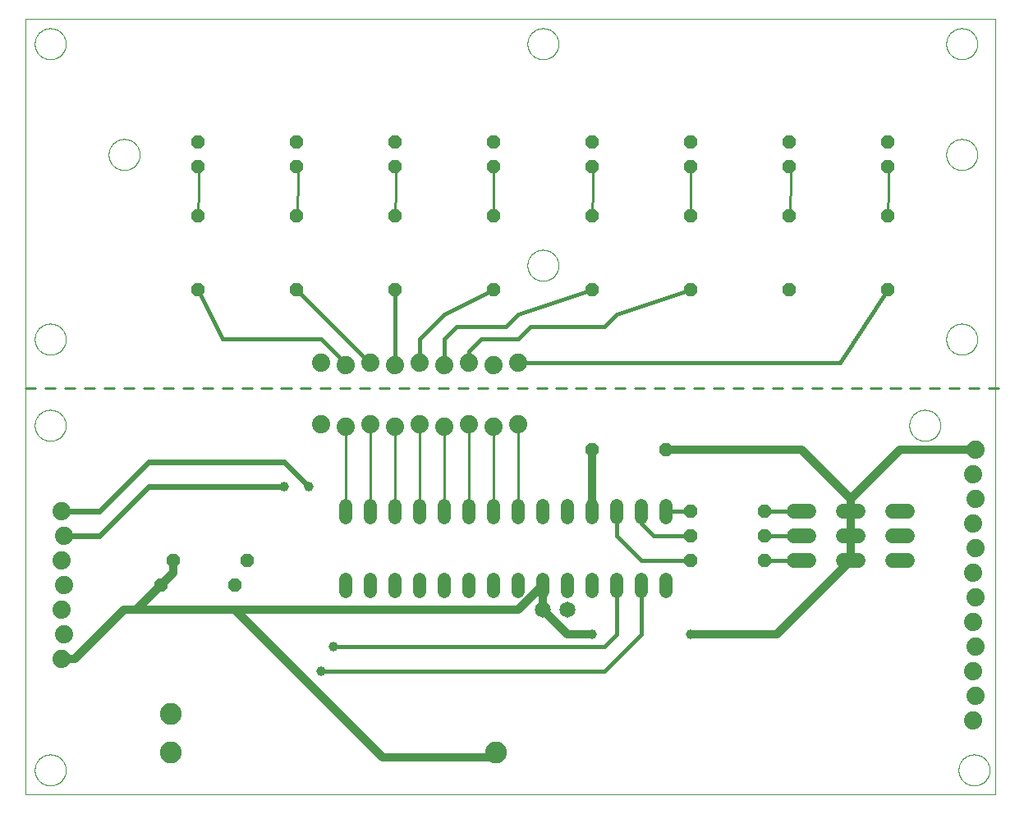
<source format=gtl>
G75*
%MOIN*%
%OFA0B0*%
%FSLAX25Y25*%
%IPPOS*%
%LPD*%
%AMOC8*
5,1,8,0,0,1.08239X$1,22.5*
%
%ADD10C,0.00000*%
%ADD11C,0.05200*%
%ADD12C,0.07400*%
%ADD13OC8,0.05200*%
%ADD14C,0.06000*%
%ADD15C,0.06500*%
%ADD16C,0.08858*%
%ADD17C,0.01000*%
%ADD18C,0.03200*%
%ADD19C,0.03962*%
%ADD20C,0.02400*%
%ADD21C,0.01600*%
D10*
X0002600Y0002600D02*
X0002600Y0317561D01*
X0396301Y0317561D01*
X0396301Y0002600D01*
X0002600Y0002600D01*
X0006301Y0012600D02*
X0006303Y0012758D01*
X0006309Y0012916D01*
X0006319Y0013074D01*
X0006333Y0013232D01*
X0006351Y0013389D01*
X0006372Y0013546D01*
X0006398Y0013702D01*
X0006428Y0013858D01*
X0006461Y0014013D01*
X0006499Y0014166D01*
X0006540Y0014319D01*
X0006585Y0014471D01*
X0006634Y0014622D01*
X0006687Y0014771D01*
X0006743Y0014919D01*
X0006803Y0015065D01*
X0006867Y0015210D01*
X0006935Y0015353D01*
X0007006Y0015495D01*
X0007080Y0015635D01*
X0007158Y0015772D01*
X0007240Y0015908D01*
X0007324Y0016042D01*
X0007413Y0016173D01*
X0007504Y0016302D01*
X0007599Y0016429D01*
X0007696Y0016554D01*
X0007797Y0016676D01*
X0007901Y0016795D01*
X0008008Y0016912D01*
X0008118Y0017026D01*
X0008231Y0017137D01*
X0008346Y0017246D01*
X0008464Y0017351D01*
X0008585Y0017453D01*
X0008708Y0017553D01*
X0008834Y0017649D01*
X0008962Y0017742D01*
X0009092Y0017832D01*
X0009225Y0017918D01*
X0009360Y0018002D01*
X0009496Y0018081D01*
X0009635Y0018158D01*
X0009776Y0018230D01*
X0009918Y0018300D01*
X0010062Y0018365D01*
X0010208Y0018427D01*
X0010355Y0018485D01*
X0010504Y0018540D01*
X0010654Y0018591D01*
X0010805Y0018638D01*
X0010957Y0018681D01*
X0011110Y0018720D01*
X0011265Y0018756D01*
X0011420Y0018787D01*
X0011576Y0018815D01*
X0011732Y0018839D01*
X0011889Y0018859D01*
X0012047Y0018875D01*
X0012204Y0018887D01*
X0012363Y0018895D01*
X0012521Y0018899D01*
X0012679Y0018899D01*
X0012837Y0018895D01*
X0012996Y0018887D01*
X0013153Y0018875D01*
X0013311Y0018859D01*
X0013468Y0018839D01*
X0013624Y0018815D01*
X0013780Y0018787D01*
X0013935Y0018756D01*
X0014090Y0018720D01*
X0014243Y0018681D01*
X0014395Y0018638D01*
X0014546Y0018591D01*
X0014696Y0018540D01*
X0014845Y0018485D01*
X0014992Y0018427D01*
X0015138Y0018365D01*
X0015282Y0018300D01*
X0015424Y0018230D01*
X0015565Y0018158D01*
X0015704Y0018081D01*
X0015840Y0018002D01*
X0015975Y0017918D01*
X0016108Y0017832D01*
X0016238Y0017742D01*
X0016366Y0017649D01*
X0016492Y0017553D01*
X0016615Y0017453D01*
X0016736Y0017351D01*
X0016854Y0017246D01*
X0016969Y0017137D01*
X0017082Y0017026D01*
X0017192Y0016912D01*
X0017299Y0016795D01*
X0017403Y0016676D01*
X0017504Y0016554D01*
X0017601Y0016429D01*
X0017696Y0016302D01*
X0017787Y0016173D01*
X0017876Y0016042D01*
X0017960Y0015908D01*
X0018042Y0015772D01*
X0018120Y0015635D01*
X0018194Y0015495D01*
X0018265Y0015353D01*
X0018333Y0015210D01*
X0018397Y0015065D01*
X0018457Y0014919D01*
X0018513Y0014771D01*
X0018566Y0014622D01*
X0018615Y0014471D01*
X0018660Y0014319D01*
X0018701Y0014166D01*
X0018739Y0014013D01*
X0018772Y0013858D01*
X0018802Y0013702D01*
X0018828Y0013546D01*
X0018849Y0013389D01*
X0018867Y0013232D01*
X0018881Y0013074D01*
X0018891Y0012916D01*
X0018897Y0012758D01*
X0018899Y0012600D01*
X0018897Y0012442D01*
X0018891Y0012284D01*
X0018881Y0012126D01*
X0018867Y0011968D01*
X0018849Y0011811D01*
X0018828Y0011654D01*
X0018802Y0011498D01*
X0018772Y0011342D01*
X0018739Y0011187D01*
X0018701Y0011034D01*
X0018660Y0010881D01*
X0018615Y0010729D01*
X0018566Y0010578D01*
X0018513Y0010429D01*
X0018457Y0010281D01*
X0018397Y0010135D01*
X0018333Y0009990D01*
X0018265Y0009847D01*
X0018194Y0009705D01*
X0018120Y0009565D01*
X0018042Y0009428D01*
X0017960Y0009292D01*
X0017876Y0009158D01*
X0017787Y0009027D01*
X0017696Y0008898D01*
X0017601Y0008771D01*
X0017504Y0008646D01*
X0017403Y0008524D01*
X0017299Y0008405D01*
X0017192Y0008288D01*
X0017082Y0008174D01*
X0016969Y0008063D01*
X0016854Y0007954D01*
X0016736Y0007849D01*
X0016615Y0007747D01*
X0016492Y0007647D01*
X0016366Y0007551D01*
X0016238Y0007458D01*
X0016108Y0007368D01*
X0015975Y0007282D01*
X0015840Y0007198D01*
X0015704Y0007119D01*
X0015565Y0007042D01*
X0015424Y0006970D01*
X0015282Y0006900D01*
X0015138Y0006835D01*
X0014992Y0006773D01*
X0014845Y0006715D01*
X0014696Y0006660D01*
X0014546Y0006609D01*
X0014395Y0006562D01*
X0014243Y0006519D01*
X0014090Y0006480D01*
X0013935Y0006444D01*
X0013780Y0006413D01*
X0013624Y0006385D01*
X0013468Y0006361D01*
X0013311Y0006341D01*
X0013153Y0006325D01*
X0012996Y0006313D01*
X0012837Y0006305D01*
X0012679Y0006301D01*
X0012521Y0006301D01*
X0012363Y0006305D01*
X0012204Y0006313D01*
X0012047Y0006325D01*
X0011889Y0006341D01*
X0011732Y0006361D01*
X0011576Y0006385D01*
X0011420Y0006413D01*
X0011265Y0006444D01*
X0011110Y0006480D01*
X0010957Y0006519D01*
X0010805Y0006562D01*
X0010654Y0006609D01*
X0010504Y0006660D01*
X0010355Y0006715D01*
X0010208Y0006773D01*
X0010062Y0006835D01*
X0009918Y0006900D01*
X0009776Y0006970D01*
X0009635Y0007042D01*
X0009496Y0007119D01*
X0009360Y0007198D01*
X0009225Y0007282D01*
X0009092Y0007368D01*
X0008962Y0007458D01*
X0008834Y0007551D01*
X0008708Y0007647D01*
X0008585Y0007747D01*
X0008464Y0007849D01*
X0008346Y0007954D01*
X0008231Y0008063D01*
X0008118Y0008174D01*
X0008008Y0008288D01*
X0007901Y0008405D01*
X0007797Y0008524D01*
X0007696Y0008646D01*
X0007599Y0008771D01*
X0007504Y0008898D01*
X0007413Y0009027D01*
X0007324Y0009158D01*
X0007240Y0009292D01*
X0007158Y0009428D01*
X0007080Y0009565D01*
X0007006Y0009705D01*
X0006935Y0009847D01*
X0006867Y0009990D01*
X0006803Y0010135D01*
X0006743Y0010281D01*
X0006687Y0010429D01*
X0006634Y0010578D01*
X0006585Y0010729D01*
X0006540Y0010881D01*
X0006499Y0011034D01*
X0006461Y0011187D01*
X0006428Y0011342D01*
X0006398Y0011498D01*
X0006372Y0011654D01*
X0006351Y0011811D01*
X0006333Y0011968D01*
X0006319Y0012126D01*
X0006309Y0012284D01*
X0006303Y0012442D01*
X0006301Y0012600D01*
X0006301Y0152600D02*
X0006303Y0152758D01*
X0006309Y0152916D01*
X0006319Y0153074D01*
X0006333Y0153232D01*
X0006351Y0153389D01*
X0006372Y0153546D01*
X0006398Y0153702D01*
X0006428Y0153858D01*
X0006461Y0154013D01*
X0006499Y0154166D01*
X0006540Y0154319D01*
X0006585Y0154471D01*
X0006634Y0154622D01*
X0006687Y0154771D01*
X0006743Y0154919D01*
X0006803Y0155065D01*
X0006867Y0155210D01*
X0006935Y0155353D01*
X0007006Y0155495D01*
X0007080Y0155635D01*
X0007158Y0155772D01*
X0007240Y0155908D01*
X0007324Y0156042D01*
X0007413Y0156173D01*
X0007504Y0156302D01*
X0007599Y0156429D01*
X0007696Y0156554D01*
X0007797Y0156676D01*
X0007901Y0156795D01*
X0008008Y0156912D01*
X0008118Y0157026D01*
X0008231Y0157137D01*
X0008346Y0157246D01*
X0008464Y0157351D01*
X0008585Y0157453D01*
X0008708Y0157553D01*
X0008834Y0157649D01*
X0008962Y0157742D01*
X0009092Y0157832D01*
X0009225Y0157918D01*
X0009360Y0158002D01*
X0009496Y0158081D01*
X0009635Y0158158D01*
X0009776Y0158230D01*
X0009918Y0158300D01*
X0010062Y0158365D01*
X0010208Y0158427D01*
X0010355Y0158485D01*
X0010504Y0158540D01*
X0010654Y0158591D01*
X0010805Y0158638D01*
X0010957Y0158681D01*
X0011110Y0158720D01*
X0011265Y0158756D01*
X0011420Y0158787D01*
X0011576Y0158815D01*
X0011732Y0158839D01*
X0011889Y0158859D01*
X0012047Y0158875D01*
X0012204Y0158887D01*
X0012363Y0158895D01*
X0012521Y0158899D01*
X0012679Y0158899D01*
X0012837Y0158895D01*
X0012996Y0158887D01*
X0013153Y0158875D01*
X0013311Y0158859D01*
X0013468Y0158839D01*
X0013624Y0158815D01*
X0013780Y0158787D01*
X0013935Y0158756D01*
X0014090Y0158720D01*
X0014243Y0158681D01*
X0014395Y0158638D01*
X0014546Y0158591D01*
X0014696Y0158540D01*
X0014845Y0158485D01*
X0014992Y0158427D01*
X0015138Y0158365D01*
X0015282Y0158300D01*
X0015424Y0158230D01*
X0015565Y0158158D01*
X0015704Y0158081D01*
X0015840Y0158002D01*
X0015975Y0157918D01*
X0016108Y0157832D01*
X0016238Y0157742D01*
X0016366Y0157649D01*
X0016492Y0157553D01*
X0016615Y0157453D01*
X0016736Y0157351D01*
X0016854Y0157246D01*
X0016969Y0157137D01*
X0017082Y0157026D01*
X0017192Y0156912D01*
X0017299Y0156795D01*
X0017403Y0156676D01*
X0017504Y0156554D01*
X0017601Y0156429D01*
X0017696Y0156302D01*
X0017787Y0156173D01*
X0017876Y0156042D01*
X0017960Y0155908D01*
X0018042Y0155772D01*
X0018120Y0155635D01*
X0018194Y0155495D01*
X0018265Y0155353D01*
X0018333Y0155210D01*
X0018397Y0155065D01*
X0018457Y0154919D01*
X0018513Y0154771D01*
X0018566Y0154622D01*
X0018615Y0154471D01*
X0018660Y0154319D01*
X0018701Y0154166D01*
X0018739Y0154013D01*
X0018772Y0153858D01*
X0018802Y0153702D01*
X0018828Y0153546D01*
X0018849Y0153389D01*
X0018867Y0153232D01*
X0018881Y0153074D01*
X0018891Y0152916D01*
X0018897Y0152758D01*
X0018899Y0152600D01*
X0018897Y0152442D01*
X0018891Y0152284D01*
X0018881Y0152126D01*
X0018867Y0151968D01*
X0018849Y0151811D01*
X0018828Y0151654D01*
X0018802Y0151498D01*
X0018772Y0151342D01*
X0018739Y0151187D01*
X0018701Y0151034D01*
X0018660Y0150881D01*
X0018615Y0150729D01*
X0018566Y0150578D01*
X0018513Y0150429D01*
X0018457Y0150281D01*
X0018397Y0150135D01*
X0018333Y0149990D01*
X0018265Y0149847D01*
X0018194Y0149705D01*
X0018120Y0149565D01*
X0018042Y0149428D01*
X0017960Y0149292D01*
X0017876Y0149158D01*
X0017787Y0149027D01*
X0017696Y0148898D01*
X0017601Y0148771D01*
X0017504Y0148646D01*
X0017403Y0148524D01*
X0017299Y0148405D01*
X0017192Y0148288D01*
X0017082Y0148174D01*
X0016969Y0148063D01*
X0016854Y0147954D01*
X0016736Y0147849D01*
X0016615Y0147747D01*
X0016492Y0147647D01*
X0016366Y0147551D01*
X0016238Y0147458D01*
X0016108Y0147368D01*
X0015975Y0147282D01*
X0015840Y0147198D01*
X0015704Y0147119D01*
X0015565Y0147042D01*
X0015424Y0146970D01*
X0015282Y0146900D01*
X0015138Y0146835D01*
X0014992Y0146773D01*
X0014845Y0146715D01*
X0014696Y0146660D01*
X0014546Y0146609D01*
X0014395Y0146562D01*
X0014243Y0146519D01*
X0014090Y0146480D01*
X0013935Y0146444D01*
X0013780Y0146413D01*
X0013624Y0146385D01*
X0013468Y0146361D01*
X0013311Y0146341D01*
X0013153Y0146325D01*
X0012996Y0146313D01*
X0012837Y0146305D01*
X0012679Y0146301D01*
X0012521Y0146301D01*
X0012363Y0146305D01*
X0012204Y0146313D01*
X0012047Y0146325D01*
X0011889Y0146341D01*
X0011732Y0146361D01*
X0011576Y0146385D01*
X0011420Y0146413D01*
X0011265Y0146444D01*
X0011110Y0146480D01*
X0010957Y0146519D01*
X0010805Y0146562D01*
X0010654Y0146609D01*
X0010504Y0146660D01*
X0010355Y0146715D01*
X0010208Y0146773D01*
X0010062Y0146835D01*
X0009918Y0146900D01*
X0009776Y0146970D01*
X0009635Y0147042D01*
X0009496Y0147119D01*
X0009360Y0147198D01*
X0009225Y0147282D01*
X0009092Y0147368D01*
X0008962Y0147458D01*
X0008834Y0147551D01*
X0008708Y0147647D01*
X0008585Y0147747D01*
X0008464Y0147849D01*
X0008346Y0147954D01*
X0008231Y0148063D01*
X0008118Y0148174D01*
X0008008Y0148288D01*
X0007901Y0148405D01*
X0007797Y0148524D01*
X0007696Y0148646D01*
X0007599Y0148771D01*
X0007504Y0148898D01*
X0007413Y0149027D01*
X0007324Y0149158D01*
X0007240Y0149292D01*
X0007158Y0149428D01*
X0007080Y0149565D01*
X0007006Y0149705D01*
X0006935Y0149847D01*
X0006867Y0149990D01*
X0006803Y0150135D01*
X0006743Y0150281D01*
X0006687Y0150429D01*
X0006634Y0150578D01*
X0006585Y0150729D01*
X0006540Y0150881D01*
X0006499Y0151034D01*
X0006461Y0151187D01*
X0006428Y0151342D01*
X0006398Y0151498D01*
X0006372Y0151654D01*
X0006351Y0151811D01*
X0006333Y0151968D01*
X0006319Y0152126D01*
X0006309Y0152284D01*
X0006303Y0152442D01*
X0006301Y0152600D01*
X0006301Y0187600D02*
X0006303Y0187758D01*
X0006309Y0187916D01*
X0006319Y0188074D01*
X0006333Y0188232D01*
X0006351Y0188389D01*
X0006372Y0188546D01*
X0006398Y0188702D01*
X0006428Y0188858D01*
X0006461Y0189013D01*
X0006499Y0189166D01*
X0006540Y0189319D01*
X0006585Y0189471D01*
X0006634Y0189622D01*
X0006687Y0189771D01*
X0006743Y0189919D01*
X0006803Y0190065D01*
X0006867Y0190210D01*
X0006935Y0190353D01*
X0007006Y0190495D01*
X0007080Y0190635D01*
X0007158Y0190772D01*
X0007240Y0190908D01*
X0007324Y0191042D01*
X0007413Y0191173D01*
X0007504Y0191302D01*
X0007599Y0191429D01*
X0007696Y0191554D01*
X0007797Y0191676D01*
X0007901Y0191795D01*
X0008008Y0191912D01*
X0008118Y0192026D01*
X0008231Y0192137D01*
X0008346Y0192246D01*
X0008464Y0192351D01*
X0008585Y0192453D01*
X0008708Y0192553D01*
X0008834Y0192649D01*
X0008962Y0192742D01*
X0009092Y0192832D01*
X0009225Y0192918D01*
X0009360Y0193002D01*
X0009496Y0193081D01*
X0009635Y0193158D01*
X0009776Y0193230D01*
X0009918Y0193300D01*
X0010062Y0193365D01*
X0010208Y0193427D01*
X0010355Y0193485D01*
X0010504Y0193540D01*
X0010654Y0193591D01*
X0010805Y0193638D01*
X0010957Y0193681D01*
X0011110Y0193720D01*
X0011265Y0193756D01*
X0011420Y0193787D01*
X0011576Y0193815D01*
X0011732Y0193839D01*
X0011889Y0193859D01*
X0012047Y0193875D01*
X0012204Y0193887D01*
X0012363Y0193895D01*
X0012521Y0193899D01*
X0012679Y0193899D01*
X0012837Y0193895D01*
X0012996Y0193887D01*
X0013153Y0193875D01*
X0013311Y0193859D01*
X0013468Y0193839D01*
X0013624Y0193815D01*
X0013780Y0193787D01*
X0013935Y0193756D01*
X0014090Y0193720D01*
X0014243Y0193681D01*
X0014395Y0193638D01*
X0014546Y0193591D01*
X0014696Y0193540D01*
X0014845Y0193485D01*
X0014992Y0193427D01*
X0015138Y0193365D01*
X0015282Y0193300D01*
X0015424Y0193230D01*
X0015565Y0193158D01*
X0015704Y0193081D01*
X0015840Y0193002D01*
X0015975Y0192918D01*
X0016108Y0192832D01*
X0016238Y0192742D01*
X0016366Y0192649D01*
X0016492Y0192553D01*
X0016615Y0192453D01*
X0016736Y0192351D01*
X0016854Y0192246D01*
X0016969Y0192137D01*
X0017082Y0192026D01*
X0017192Y0191912D01*
X0017299Y0191795D01*
X0017403Y0191676D01*
X0017504Y0191554D01*
X0017601Y0191429D01*
X0017696Y0191302D01*
X0017787Y0191173D01*
X0017876Y0191042D01*
X0017960Y0190908D01*
X0018042Y0190772D01*
X0018120Y0190635D01*
X0018194Y0190495D01*
X0018265Y0190353D01*
X0018333Y0190210D01*
X0018397Y0190065D01*
X0018457Y0189919D01*
X0018513Y0189771D01*
X0018566Y0189622D01*
X0018615Y0189471D01*
X0018660Y0189319D01*
X0018701Y0189166D01*
X0018739Y0189013D01*
X0018772Y0188858D01*
X0018802Y0188702D01*
X0018828Y0188546D01*
X0018849Y0188389D01*
X0018867Y0188232D01*
X0018881Y0188074D01*
X0018891Y0187916D01*
X0018897Y0187758D01*
X0018899Y0187600D01*
X0018897Y0187442D01*
X0018891Y0187284D01*
X0018881Y0187126D01*
X0018867Y0186968D01*
X0018849Y0186811D01*
X0018828Y0186654D01*
X0018802Y0186498D01*
X0018772Y0186342D01*
X0018739Y0186187D01*
X0018701Y0186034D01*
X0018660Y0185881D01*
X0018615Y0185729D01*
X0018566Y0185578D01*
X0018513Y0185429D01*
X0018457Y0185281D01*
X0018397Y0185135D01*
X0018333Y0184990D01*
X0018265Y0184847D01*
X0018194Y0184705D01*
X0018120Y0184565D01*
X0018042Y0184428D01*
X0017960Y0184292D01*
X0017876Y0184158D01*
X0017787Y0184027D01*
X0017696Y0183898D01*
X0017601Y0183771D01*
X0017504Y0183646D01*
X0017403Y0183524D01*
X0017299Y0183405D01*
X0017192Y0183288D01*
X0017082Y0183174D01*
X0016969Y0183063D01*
X0016854Y0182954D01*
X0016736Y0182849D01*
X0016615Y0182747D01*
X0016492Y0182647D01*
X0016366Y0182551D01*
X0016238Y0182458D01*
X0016108Y0182368D01*
X0015975Y0182282D01*
X0015840Y0182198D01*
X0015704Y0182119D01*
X0015565Y0182042D01*
X0015424Y0181970D01*
X0015282Y0181900D01*
X0015138Y0181835D01*
X0014992Y0181773D01*
X0014845Y0181715D01*
X0014696Y0181660D01*
X0014546Y0181609D01*
X0014395Y0181562D01*
X0014243Y0181519D01*
X0014090Y0181480D01*
X0013935Y0181444D01*
X0013780Y0181413D01*
X0013624Y0181385D01*
X0013468Y0181361D01*
X0013311Y0181341D01*
X0013153Y0181325D01*
X0012996Y0181313D01*
X0012837Y0181305D01*
X0012679Y0181301D01*
X0012521Y0181301D01*
X0012363Y0181305D01*
X0012204Y0181313D01*
X0012047Y0181325D01*
X0011889Y0181341D01*
X0011732Y0181361D01*
X0011576Y0181385D01*
X0011420Y0181413D01*
X0011265Y0181444D01*
X0011110Y0181480D01*
X0010957Y0181519D01*
X0010805Y0181562D01*
X0010654Y0181609D01*
X0010504Y0181660D01*
X0010355Y0181715D01*
X0010208Y0181773D01*
X0010062Y0181835D01*
X0009918Y0181900D01*
X0009776Y0181970D01*
X0009635Y0182042D01*
X0009496Y0182119D01*
X0009360Y0182198D01*
X0009225Y0182282D01*
X0009092Y0182368D01*
X0008962Y0182458D01*
X0008834Y0182551D01*
X0008708Y0182647D01*
X0008585Y0182747D01*
X0008464Y0182849D01*
X0008346Y0182954D01*
X0008231Y0183063D01*
X0008118Y0183174D01*
X0008008Y0183288D01*
X0007901Y0183405D01*
X0007797Y0183524D01*
X0007696Y0183646D01*
X0007599Y0183771D01*
X0007504Y0183898D01*
X0007413Y0184027D01*
X0007324Y0184158D01*
X0007240Y0184292D01*
X0007158Y0184428D01*
X0007080Y0184565D01*
X0007006Y0184705D01*
X0006935Y0184847D01*
X0006867Y0184990D01*
X0006803Y0185135D01*
X0006743Y0185281D01*
X0006687Y0185429D01*
X0006634Y0185578D01*
X0006585Y0185729D01*
X0006540Y0185881D01*
X0006499Y0186034D01*
X0006461Y0186187D01*
X0006428Y0186342D01*
X0006398Y0186498D01*
X0006372Y0186654D01*
X0006351Y0186811D01*
X0006333Y0186968D01*
X0006319Y0187126D01*
X0006309Y0187284D01*
X0006303Y0187442D01*
X0006301Y0187600D01*
X0036301Y0262600D02*
X0036303Y0262758D01*
X0036309Y0262916D01*
X0036319Y0263074D01*
X0036333Y0263232D01*
X0036351Y0263389D01*
X0036372Y0263546D01*
X0036398Y0263702D01*
X0036428Y0263858D01*
X0036461Y0264013D01*
X0036499Y0264166D01*
X0036540Y0264319D01*
X0036585Y0264471D01*
X0036634Y0264622D01*
X0036687Y0264771D01*
X0036743Y0264919D01*
X0036803Y0265065D01*
X0036867Y0265210D01*
X0036935Y0265353D01*
X0037006Y0265495D01*
X0037080Y0265635D01*
X0037158Y0265772D01*
X0037240Y0265908D01*
X0037324Y0266042D01*
X0037413Y0266173D01*
X0037504Y0266302D01*
X0037599Y0266429D01*
X0037696Y0266554D01*
X0037797Y0266676D01*
X0037901Y0266795D01*
X0038008Y0266912D01*
X0038118Y0267026D01*
X0038231Y0267137D01*
X0038346Y0267246D01*
X0038464Y0267351D01*
X0038585Y0267453D01*
X0038708Y0267553D01*
X0038834Y0267649D01*
X0038962Y0267742D01*
X0039092Y0267832D01*
X0039225Y0267918D01*
X0039360Y0268002D01*
X0039496Y0268081D01*
X0039635Y0268158D01*
X0039776Y0268230D01*
X0039918Y0268300D01*
X0040062Y0268365D01*
X0040208Y0268427D01*
X0040355Y0268485D01*
X0040504Y0268540D01*
X0040654Y0268591D01*
X0040805Y0268638D01*
X0040957Y0268681D01*
X0041110Y0268720D01*
X0041265Y0268756D01*
X0041420Y0268787D01*
X0041576Y0268815D01*
X0041732Y0268839D01*
X0041889Y0268859D01*
X0042047Y0268875D01*
X0042204Y0268887D01*
X0042363Y0268895D01*
X0042521Y0268899D01*
X0042679Y0268899D01*
X0042837Y0268895D01*
X0042996Y0268887D01*
X0043153Y0268875D01*
X0043311Y0268859D01*
X0043468Y0268839D01*
X0043624Y0268815D01*
X0043780Y0268787D01*
X0043935Y0268756D01*
X0044090Y0268720D01*
X0044243Y0268681D01*
X0044395Y0268638D01*
X0044546Y0268591D01*
X0044696Y0268540D01*
X0044845Y0268485D01*
X0044992Y0268427D01*
X0045138Y0268365D01*
X0045282Y0268300D01*
X0045424Y0268230D01*
X0045565Y0268158D01*
X0045704Y0268081D01*
X0045840Y0268002D01*
X0045975Y0267918D01*
X0046108Y0267832D01*
X0046238Y0267742D01*
X0046366Y0267649D01*
X0046492Y0267553D01*
X0046615Y0267453D01*
X0046736Y0267351D01*
X0046854Y0267246D01*
X0046969Y0267137D01*
X0047082Y0267026D01*
X0047192Y0266912D01*
X0047299Y0266795D01*
X0047403Y0266676D01*
X0047504Y0266554D01*
X0047601Y0266429D01*
X0047696Y0266302D01*
X0047787Y0266173D01*
X0047876Y0266042D01*
X0047960Y0265908D01*
X0048042Y0265772D01*
X0048120Y0265635D01*
X0048194Y0265495D01*
X0048265Y0265353D01*
X0048333Y0265210D01*
X0048397Y0265065D01*
X0048457Y0264919D01*
X0048513Y0264771D01*
X0048566Y0264622D01*
X0048615Y0264471D01*
X0048660Y0264319D01*
X0048701Y0264166D01*
X0048739Y0264013D01*
X0048772Y0263858D01*
X0048802Y0263702D01*
X0048828Y0263546D01*
X0048849Y0263389D01*
X0048867Y0263232D01*
X0048881Y0263074D01*
X0048891Y0262916D01*
X0048897Y0262758D01*
X0048899Y0262600D01*
X0048897Y0262442D01*
X0048891Y0262284D01*
X0048881Y0262126D01*
X0048867Y0261968D01*
X0048849Y0261811D01*
X0048828Y0261654D01*
X0048802Y0261498D01*
X0048772Y0261342D01*
X0048739Y0261187D01*
X0048701Y0261034D01*
X0048660Y0260881D01*
X0048615Y0260729D01*
X0048566Y0260578D01*
X0048513Y0260429D01*
X0048457Y0260281D01*
X0048397Y0260135D01*
X0048333Y0259990D01*
X0048265Y0259847D01*
X0048194Y0259705D01*
X0048120Y0259565D01*
X0048042Y0259428D01*
X0047960Y0259292D01*
X0047876Y0259158D01*
X0047787Y0259027D01*
X0047696Y0258898D01*
X0047601Y0258771D01*
X0047504Y0258646D01*
X0047403Y0258524D01*
X0047299Y0258405D01*
X0047192Y0258288D01*
X0047082Y0258174D01*
X0046969Y0258063D01*
X0046854Y0257954D01*
X0046736Y0257849D01*
X0046615Y0257747D01*
X0046492Y0257647D01*
X0046366Y0257551D01*
X0046238Y0257458D01*
X0046108Y0257368D01*
X0045975Y0257282D01*
X0045840Y0257198D01*
X0045704Y0257119D01*
X0045565Y0257042D01*
X0045424Y0256970D01*
X0045282Y0256900D01*
X0045138Y0256835D01*
X0044992Y0256773D01*
X0044845Y0256715D01*
X0044696Y0256660D01*
X0044546Y0256609D01*
X0044395Y0256562D01*
X0044243Y0256519D01*
X0044090Y0256480D01*
X0043935Y0256444D01*
X0043780Y0256413D01*
X0043624Y0256385D01*
X0043468Y0256361D01*
X0043311Y0256341D01*
X0043153Y0256325D01*
X0042996Y0256313D01*
X0042837Y0256305D01*
X0042679Y0256301D01*
X0042521Y0256301D01*
X0042363Y0256305D01*
X0042204Y0256313D01*
X0042047Y0256325D01*
X0041889Y0256341D01*
X0041732Y0256361D01*
X0041576Y0256385D01*
X0041420Y0256413D01*
X0041265Y0256444D01*
X0041110Y0256480D01*
X0040957Y0256519D01*
X0040805Y0256562D01*
X0040654Y0256609D01*
X0040504Y0256660D01*
X0040355Y0256715D01*
X0040208Y0256773D01*
X0040062Y0256835D01*
X0039918Y0256900D01*
X0039776Y0256970D01*
X0039635Y0257042D01*
X0039496Y0257119D01*
X0039360Y0257198D01*
X0039225Y0257282D01*
X0039092Y0257368D01*
X0038962Y0257458D01*
X0038834Y0257551D01*
X0038708Y0257647D01*
X0038585Y0257747D01*
X0038464Y0257849D01*
X0038346Y0257954D01*
X0038231Y0258063D01*
X0038118Y0258174D01*
X0038008Y0258288D01*
X0037901Y0258405D01*
X0037797Y0258524D01*
X0037696Y0258646D01*
X0037599Y0258771D01*
X0037504Y0258898D01*
X0037413Y0259027D01*
X0037324Y0259158D01*
X0037240Y0259292D01*
X0037158Y0259428D01*
X0037080Y0259565D01*
X0037006Y0259705D01*
X0036935Y0259847D01*
X0036867Y0259990D01*
X0036803Y0260135D01*
X0036743Y0260281D01*
X0036687Y0260429D01*
X0036634Y0260578D01*
X0036585Y0260729D01*
X0036540Y0260881D01*
X0036499Y0261034D01*
X0036461Y0261187D01*
X0036428Y0261342D01*
X0036398Y0261498D01*
X0036372Y0261654D01*
X0036351Y0261811D01*
X0036333Y0261968D01*
X0036319Y0262126D01*
X0036309Y0262284D01*
X0036303Y0262442D01*
X0036301Y0262600D01*
X0006301Y0307600D02*
X0006303Y0307758D01*
X0006309Y0307916D01*
X0006319Y0308074D01*
X0006333Y0308232D01*
X0006351Y0308389D01*
X0006372Y0308546D01*
X0006398Y0308702D01*
X0006428Y0308858D01*
X0006461Y0309013D01*
X0006499Y0309166D01*
X0006540Y0309319D01*
X0006585Y0309471D01*
X0006634Y0309622D01*
X0006687Y0309771D01*
X0006743Y0309919D01*
X0006803Y0310065D01*
X0006867Y0310210D01*
X0006935Y0310353D01*
X0007006Y0310495D01*
X0007080Y0310635D01*
X0007158Y0310772D01*
X0007240Y0310908D01*
X0007324Y0311042D01*
X0007413Y0311173D01*
X0007504Y0311302D01*
X0007599Y0311429D01*
X0007696Y0311554D01*
X0007797Y0311676D01*
X0007901Y0311795D01*
X0008008Y0311912D01*
X0008118Y0312026D01*
X0008231Y0312137D01*
X0008346Y0312246D01*
X0008464Y0312351D01*
X0008585Y0312453D01*
X0008708Y0312553D01*
X0008834Y0312649D01*
X0008962Y0312742D01*
X0009092Y0312832D01*
X0009225Y0312918D01*
X0009360Y0313002D01*
X0009496Y0313081D01*
X0009635Y0313158D01*
X0009776Y0313230D01*
X0009918Y0313300D01*
X0010062Y0313365D01*
X0010208Y0313427D01*
X0010355Y0313485D01*
X0010504Y0313540D01*
X0010654Y0313591D01*
X0010805Y0313638D01*
X0010957Y0313681D01*
X0011110Y0313720D01*
X0011265Y0313756D01*
X0011420Y0313787D01*
X0011576Y0313815D01*
X0011732Y0313839D01*
X0011889Y0313859D01*
X0012047Y0313875D01*
X0012204Y0313887D01*
X0012363Y0313895D01*
X0012521Y0313899D01*
X0012679Y0313899D01*
X0012837Y0313895D01*
X0012996Y0313887D01*
X0013153Y0313875D01*
X0013311Y0313859D01*
X0013468Y0313839D01*
X0013624Y0313815D01*
X0013780Y0313787D01*
X0013935Y0313756D01*
X0014090Y0313720D01*
X0014243Y0313681D01*
X0014395Y0313638D01*
X0014546Y0313591D01*
X0014696Y0313540D01*
X0014845Y0313485D01*
X0014992Y0313427D01*
X0015138Y0313365D01*
X0015282Y0313300D01*
X0015424Y0313230D01*
X0015565Y0313158D01*
X0015704Y0313081D01*
X0015840Y0313002D01*
X0015975Y0312918D01*
X0016108Y0312832D01*
X0016238Y0312742D01*
X0016366Y0312649D01*
X0016492Y0312553D01*
X0016615Y0312453D01*
X0016736Y0312351D01*
X0016854Y0312246D01*
X0016969Y0312137D01*
X0017082Y0312026D01*
X0017192Y0311912D01*
X0017299Y0311795D01*
X0017403Y0311676D01*
X0017504Y0311554D01*
X0017601Y0311429D01*
X0017696Y0311302D01*
X0017787Y0311173D01*
X0017876Y0311042D01*
X0017960Y0310908D01*
X0018042Y0310772D01*
X0018120Y0310635D01*
X0018194Y0310495D01*
X0018265Y0310353D01*
X0018333Y0310210D01*
X0018397Y0310065D01*
X0018457Y0309919D01*
X0018513Y0309771D01*
X0018566Y0309622D01*
X0018615Y0309471D01*
X0018660Y0309319D01*
X0018701Y0309166D01*
X0018739Y0309013D01*
X0018772Y0308858D01*
X0018802Y0308702D01*
X0018828Y0308546D01*
X0018849Y0308389D01*
X0018867Y0308232D01*
X0018881Y0308074D01*
X0018891Y0307916D01*
X0018897Y0307758D01*
X0018899Y0307600D01*
X0018897Y0307442D01*
X0018891Y0307284D01*
X0018881Y0307126D01*
X0018867Y0306968D01*
X0018849Y0306811D01*
X0018828Y0306654D01*
X0018802Y0306498D01*
X0018772Y0306342D01*
X0018739Y0306187D01*
X0018701Y0306034D01*
X0018660Y0305881D01*
X0018615Y0305729D01*
X0018566Y0305578D01*
X0018513Y0305429D01*
X0018457Y0305281D01*
X0018397Y0305135D01*
X0018333Y0304990D01*
X0018265Y0304847D01*
X0018194Y0304705D01*
X0018120Y0304565D01*
X0018042Y0304428D01*
X0017960Y0304292D01*
X0017876Y0304158D01*
X0017787Y0304027D01*
X0017696Y0303898D01*
X0017601Y0303771D01*
X0017504Y0303646D01*
X0017403Y0303524D01*
X0017299Y0303405D01*
X0017192Y0303288D01*
X0017082Y0303174D01*
X0016969Y0303063D01*
X0016854Y0302954D01*
X0016736Y0302849D01*
X0016615Y0302747D01*
X0016492Y0302647D01*
X0016366Y0302551D01*
X0016238Y0302458D01*
X0016108Y0302368D01*
X0015975Y0302282D01*
X0015840Y0302198D01*
X0015704Y0302119D01*
X0015565Y0302042D01*
X0015424Y0301970D01*
X0015282Y0301900D01*
X0015138Y0301835D01*
X0014992Y0301773D01*
X0014845Y0301715D01*
X0014696Y0301660D01*
X0014546Y0301609D01*
X0014395Y0301562D01*
X0014243Y0301519D01*
X0014090Y0301480D01*
X0013935Y0301444D01*
X0013780Y0301413D01*
X0013624Y0301385D01*
X0013468Y0301361D01*
X0013311Y0301341D01*
X0013153Y0301325D01*
X0012996Y0301313D01*
X0012837Y0301305D01*
X0012679Y0301301D01*
X0012521Y0301301D01*
X0012363Y0301305D01*
X0012204Y0301313D01*
X0012047Y0301325D01*
X0011889Y0301341D01*
X0011732Y0301361D01*
X0011576Y0301385D01*
X0011420Y0301413D01*
X0011265Y0301444D01*
X0011110Y0301480D01*
X0010957Y0301519D01*
X0010805Y0301562D01*
X0010654Y0301609D01*
X0010504Y0301660D01*
X0010355Y0301715D01*
X0010208Y0301773D01*
X0010062Y0301835D01*
X0009918Y0301900D01*
X0009776Y0301970D01*
X0009635Y0302042D01*
X0009496Y0302119D01*
X0009360Y0302198D01*
X0009225Y0302282D01*
X0009092Y0302368D01*
X0008962Y0302458D01*
X0008834Y0302551D01*
X0008708Y0302647D01*
X0008585Y0302747D01*
X0008464Y0302849D01*
X0008346Y0302954D01*
X0008231Y0303063D01*
X0008118Y0303174D01*
X0008008Y0303288D01*
X0007901Y0303405D01*
X0007797Y0303524D01*
X0007696Y0303646D01*
X0007599Y0303771D01*
X0007504Y0303898D01*
X0007413Y0304027D01*
X0007324Y0304158D01*
X0007240Y0304292D01*
X0007158Y0304428D01*
X0007080Y0304565D01*
X0007006Y0304705D01*
X0006935Y0304847D01*
X0006867Y0304990D01*
X0006803Y0305135D01*
X0006743Y0305281D01*
X0006687Y0305429D01*
X0006634Y0305578D01*
X0006585Y0305729D01*
X0006540Y0305881D01*
X0006499Y0306034D01*
X0006461Y0306187D01*
X0006428Y0306342D01*
X0006398Y0306498D01*
X0006372Y0306654D01*
X0006351Y0306811D01*
X0006333Y0306968D01*
X0006319Y0307126D01*
X0006309Y0307284D01*
X0006303Y0307442D01*
X0006301Y0307600D01*
X0206301Y0307600D02*
X0206303Y0307758D01*
X0206309Y0307916D01*
X0206319Y0308074D01*
X0206333Y0308232D01*
X0206351Y0308389D01*
X0206372Y0308546D01*
X0206398Y0308702D01*
X0206428Y0308858D01*
X0206461Y0309013D01*
X0206499Y0309166D01*
X0206540Y0309319D01*
X0206585Y0309471D01*
X0206634Y0309622D01*
X0206687Y0309771D01*
X0206743Y0309919D01*
X0206803Y0310065D01*
X0206867Y0310210D01*
X0206935Y0310353D01*
X0207006Y0310495D01*
X0207080Y0310635D01*
X0207158Y0310772D01*
X0207240Y0310908D01*
X0207324Y0311042D01*
X0207413Y0311173D01*
X0207504Y0311302D01*
X0207599Y0311429D01*
X0207696Y0311554D01*
X0207797Y0311676D01*
X0207901Y0311795D01*
X0208008Y0311912D01*
X0208118Y0312026D01*
X0208231Y0312137D01*
X0208346Y0312246D01*
X0208464Y0312351D01*
X0208585Y0312453D01*
X0208708Y0312553D01*
X0208834Y0312649D01*
X0208962Y0312742D01*
X0209092Y0312832D01*
X0209225Y0312918D01*
X0209360Y0313002D01*
X0209496Y0313081D01*
X0209635Y0313158D01*
X0209776Y0313230D01*
X0209918Y0313300D01*
X0210062Y0313365D01*
X0210208Y0313427D01*
X0210355Y0313485D01*
X0210504Y0313540D01*
X0210654Y0313591D01*
X0210805Y0313638D01*
X0210957Y0313681D01*
X0211110Y0313720D01*
X0211265Y0313756D01*
X0211420Y0313787D01*
X0211576Y0313815D01*
X0211732Y0313839D01*
X0211889Y0313859D01*
X0212047Y0313875D01*
X0212204Y0313887D01*
X0212363Y0313895D01*
X0212521Y0313899D01*
X0212679Y0313899D01*
X0212837Y0313895D01*
X0212996Y0313887D01*
X0213153Y0313875D01*
X0213311Y0313859D01*
X0213468Y0313839D01*
X0213624Y0313815D01*
X0213780Y0313787D01*
X0213935Y0313756D01*
X0214090Y0313720D01*
X0214243Y0313681D01*
X0214395Y0313638D01*
X0214546Y0313591D01*
X0214696Y0313540D01*
X0214845Y0313485D01*
X0214992Y0313427D01*
X0215138Y0313365D01*
X0215282Y0313300D01*
X0215424Y0313230D01*
X0215565Y0313158D01*
X0215704Y0313081D01*
X0215840Y0313002D01*
X0215975Y0312918D01*
X0216108Y0312832D01*
X0216238Y0312742D01*
X0216366Y0312649D01*
X0216492Y0312553D01*
X0216615Y0312453D01*
X0216736Y0312351D01*
X0216854Y0312246D01*
X0216969Y0312137D01*
X0217082Y0312026D01*
X0217192Y0311912D01*
X0217299Y0311795D01*
X0217403Y0311676D01*
X0217504Y0311554D01*
X0217601Y0311429D01*
X0217696Y0311302D01*
X0217787Y0311173D01*
X0217876Y0311042D01*
X0217960Y0310908D01*
X0218042Y0310772D01*
X0218120Y0310635D01*
X0218194Y0310495D01*
X0218265Y0310353D01*
X0218333Y0310210D01*
X0218397Y0310065D01*
X0218457Y0309919D01*
X0218513Y0309771D01*
X0218566Y0309622D01*
X0218615Y0309471D01*
X0218660Y0309319D01*
X0218701Y0309166D01*
X0218739Y0309013D01*
X0218772Y0308858D01*
X0218802Y0308702D01*
X0218828Y0308546D01*
X0218849Y0308389D01*
X0218867Y0308232D01*
X0218881Y0308074D01*
X0218891Y0307916D01*
X0218897Y0307758D01*
X0218899Y0307600D01*
X0218897Y0307442D01*
X0218891Y0307284D01*
X0218881Y0307126D01*
X0218867Y0306968D01*
X0218849Y0306811D01*
X0218828Y0306654D01*
X0218802Y0306498D01*
X0218772Y0306342D01*
X0218739Y0306187D01*
X0218701Y0306034D01*
X0218660Y0305881D01*
X0218615Y0305729D01*
X0218566Y0305578D01*
X0218513Y0305429D01*
X0218457Y0305281D01*
X0218397Y0305135D01*
X0218333Y0304990D01*
X0218265Y0304847D01*
X0218194Y0304705D01*
X0218120Y0304565D01*
X0218042Y0304428D01*
X0217960Y0304292D01*
X0217876Y0304158D01*
X0217787Y0304027D01*
X0217696Y0303898D01*
X0217601Y0303771D01*
X0217504Y0303646D01*
X0217403Y0303524D01*
X0217299Y0303405D01*
X0217192Y0303288D01*
X0217082Y0303174D01*
X0216969Y0303063D01*
X0216854Y0302954D01*
X0216736Y0302849D01*
X0216615Y0302747D01*
X0216492Y0302647D01*
X0216366Y0302551D01*
X0216238Y0302458D01*
X0216108Y0302368D01*
X0215975Y0302282D01*
X0215840Y0302198D01*
X0215704Y0302119D01*
X0215565Y0302042D01*
X0215424Y0301970D01*
X0215282Y0301900D01*
X0215138Y0301835D01*
X0214992Y0301773D01*
X0214845Y0301715D01*
X0214696Y0301660D01*
X0214546Y0301609D01*
X0214395Y0301562D01*
X0214243Y0301519D01*
X0214090Y0301480D01*
X0213935Y0301444D01*
X0213780Y0301413D01*
X0213624Y0301385D01*
X0213468Y0301361D01*
X0213311Y0301341D01*
X0213153Y0301325D01*
X0212996Y0301313D01*
X0212837Y0301305D01*
X0212679Y0301301D01*
X0212521Y0301301D01*
X0212363Y0301305D01*
X0212204Y0301313D01*
X0212047Y0301325D01*
X0211889Y0301341D01*
X0211732Y0301361D01*
X0211576Y0301385D01*
X0211420Y0301413D01*
X0211265Y0301444D01*
X0211110Y0301480D01*
X0210957Y0301519D01*
X0210805Y0301562D01*
X0210654Y0301609D01*
X0210504Y0301660D01*
X0210355Y0301715D01*
X0210208Y0301773D01*
X0210062Y0301835D01*
X0209918Y0301900D01*
X0209776Y0301970D01*
X0209635Y0302042D01*
X0209496Y0302119D01*
X0209360Y0302198D01*
X0209225Y0302282D01*
X0209092Y0302368D01*
X0208962Y0302458D01*
X0208834Y0302551D01*
X0208708Y0302647D01*
X0208585Y0302747D01*
X0208464Y0302849D01*
X0208346Y0302954D01*
X0208231Y0303063D01*
X0208118Y0303174D01*
X0208008Y0303288D01*
X0207901Y0303405D01*
X0207797Y0303524D01*
X0207696Y0303646D01*
X0207599Y0303771D01*
X0207504Y0303898D01*
X0207413Y0304027D01*
X0207324Y0304158D01*
X0207240Y0304292D01*
X0207158Y0304428D01*
X0207080Y0304565D01*
X0207006Y0304705D01*
X0206935Y0304847D01*
X0206867Y0304990D01*
X0206803Y0305135D01*
X0206743Y0305281D01*
X0206687Y0305429D01*
X0206634Y0305578D01*
X0206585Y0305729D01*
X0206540Y0305881D01*
X0206499Y0306034D01*
X0206461Y0306187D01*
X0206428Y0306342D01*
X0206398Y0306498D01*
X0206372Y0306654D01*
X0206351Y0306811D01*
X0206333Y0306968D01*
X0206319Y0307126D01*
X0206309Y0307284D01*
X0206303Y0307442D01*
X0206301Y0307600D01*
X0206301Y0217600D02*
X0206303Y0217758D01*
X0206309Y0217916D01*
X0206319Y0218074D01*
X0206333Y0218232D01*
X0206351Y0218389D01*
X0206372Y0218546D01*
X0206398Y0218702D01*
X0206428Y0218858D01*
X0206461Y0219013D01*
X0206499Y0219166D01*
X0206540Y0219319D01*
X0206585Y0219471D01*
X0206634Y0219622D01*
X0206687Y0219771D01*
X0206743Y0219919D01*
X0206803Y0220065D01*
X0206867Y0220210D01*
X0206935Y0220353D01*
X0207006Y0220495D01*
X0207080Y0220635D01*
X0207158Y0220772D01*
X0207240Y0220908D01*
X0207324Y0221042D01*
X0207413Y0221173D01*
X0207504Y0221302D01*
X0207599Y0221429D01*
X0207696Y0221554D01*
X0207797Y0221676D01*
X0207901Y0221795D01*
X0208008Y0221912D01*
X0208118Y0222026D01*
X0208231Y0222137D01*
X0208346Y0222246D01*
X0208464Y0222351D01*
X0208585Y0222453D01*
X0208708Y0222553D01*
X0208834Y0222649D01*
X0208962Y0222742D01*
X0209092Y0222832D01*
X0209225Y0222918D01*
X0209360Y0223002D01*
X0209496Y0223081D01*
X0209635Y0223158D01*
X0209776Y0223230D01*
X0209918Y0223300D01*
X0210062Y0223365D01*
X0210208Y0223427D01*
X0210355Y0223485D01*
X0210504Y0223540D01*
X0210654Y0223591D01*
X0210805Y0223638D01*
X0210957Y0223681D01*
X0211110Y0223720D01*
X0211265Y0223756D01*
X0211420Y0223787D01*
X0211576Y0223815D01*
X0211732Y0223839D01*
X0211889Y0223859D01*
X0212047Y0223875D01*
X0212204Y0223887D01*
X0212363Y0223895D01*
X0212521Y0223899D01*
X0212679Y0223899D01*
X0212837Y0223895D01*
X0212996Y0223887D01*
X0213153Y0223875D01*
X0213311Y0223859D01*
X0213468Y0223839D01*
X0213624Y0223815D01*
X0213780Y0223787D01*
X0213935Y0223756D01*
X0214090Y0223720D01*
X0214243Y0223681D01*
X0214395Y0223638D01*
X0214546Y0223591D01*
X0214696Y0223540D01*
X0214845Y0223485D01*
X0214992Y0223427D01*
X0215138Y0223365D01*
X0215282Y0223300D01*
X0215424Y0223230D01*
X0215565Y0223158D01*
X0215704Y0223081D01*
X0215840Y0223002D01*
X0215975Y0222918D01*
X0216108Y0222832D01*
X0216238Y0222742D01*
X0216366Y0222649D01*
X0216492Y0222553D01*
X0216615Y0222453D01*
X0216736Y0222351D01*
X0216854Y0222246D01*
X0216969Y0222137D01*
X0217082Y0222026D01*
X0217192Y0221912D01*
X0217299Y0221795D01*
X0217403Y0221676D01*
X0217504Y0221554D01*
X0217601Y0221429D01*
X0217696Y0221302D01*
X0217787Y0221173D01*
X0217876Y0221042D01*
X0217960Y0220908D01*
X0218042Y0220772D01*
X0218120Y0220635D01*
X0218194Y0220495D01*
X0218265Y0220353D01*
X0218333Y0220210D01*
X0218397Y0220065D01*
X0218457Y0219919D01*
X0218513Y0219771D01*
X0218566Y0219622D01*
X0218615Y0219471D01*
X0218660Y0219319D01*
X0218701Y0219166D01*
X0218739Y0219013D01*
X0218772Y0218858D01*
X0218802Y0218702D01*
X0218828Y0218546D01*
X0218849Y0218389D01*
X0218867Y0218232D01*
X0218881Y0218074D01*
X0218891Y0217916D01*
X0218897Y0217758D01*
X0218899Y0217600D01*
X0218897Y0217442D01*
X0218891Y0217284D01*
X0218881Y0217126D01*
X0218867Y0216968D01*
X0218849Y0216811D01*
X0218828Y0216654D01*
X0218802Y0216498D01*
X0218772Y0216342D01*
X0218739Y0216187D01*
X0218701Y0216034D01*
X0218660Y0215881D01*
X0218615Y0215729D01*
X0218566Y0215578D01*
X0218513Y0215429D01*
X0218457Y0215281D01*
X0218397Y0215135D01*
X0218333Y0214990D01*
X0218265Y0214847D01*
X0218194Y0214705D01*
X0218120Y0214565D01*
X0218042Y0214428D01*
X0217960Y0214292D01*
X0217876Y0214158D01*
X0217787Y0214027D01*
X0217696Y0213898D01*
X0217601Y0213771D01*
X0217504Y0213646D01*
X0217403Y0213524D01*
X0217299Y0213405D01*
X0217192Y0213288D01*
X0217082Y0213174D01*
X0216969Y0213063D01*
X0216854Y0212954D01*
X0216736Y0212849D01*
X0216615Y0212747D01*
X0216492Y0212647D01*
X0216366Y0212551D01*
X0216238Y0212458D01*
X0216108Y0212368D01*
X0215975Y0212282D01*
X0215840Y0212198D01*
X0215704Y0212119D01*
X0215565Y0212042D01*
X0215424Y0211970D01*
X0215282Y0211900D01*
X0215138Y0211835D01*
X0214992Y0211773D01*
X0214845Y0211715D01*
X0214696Y0211660D01*
X0214546Y0211609D01*
X0214395Y0211562D01*
X0214243Y0211519D01*
X0214090Y0211480D01*
X0213935Y0211444D01*
X0213780Y0211413D01*
X0213624Y0211385D01*
X0213468Y0211361D01*
X0213311Y0211341D01*
X0213153Y0211325D01*
X0212996Y0211313D01*
X0212837Y0211305D01*
X0212679Y0211301D01*
X0212521Y0211301D01*
X0212363Y0211305D01*
X0212204Y0211313D01*
X0212047Y0211325D01*
X0211889Y0211341D01*
X0211732Y0211361D01*
X0211576Y0211385D01*
X0211420Y0211413D01*
X0211265Y0211444D01*
X0211110Y0211480D01*
X0210957Y0211519D01*
X0210805Y0211562D01*
X0210654Y0211609D01*
X0210504Y0211660D01*
X0210355Y0211715D01*
X0210208Y0211773D01*
X0210062Y0211835D01*
X0209918Y0211900D01*
X0209776Y0211970D01*
X0209635Y0212042D01*
X0209496Y0212119D01*
X0209360Y0212198D01*
X0209225Y0212282D01*
X0209092Y0212368D01*
X0208962Y0212458D01*
X0208834Y0212551D01*
X0208708Y0212647D01*
X0208585Y0212747D01*
X0208464Y0212849D01*
X0208346Y0212954D01*
X0208231Y0213063D01*
X0208118Y0213174D01*
X0208008Y0213288D01*
X0207901Y0213405D01*
X0207797Y0213524D01*
X0207696Y0213646D01*
X0207599Y0213771D01*
X0207504Y0213898D01*
X0207413Y0214027D01*
X0207324Y0214158D01*
X0207240Y0214292D01*
X0207158Y0214428D01*
X0207080Y0214565D01*
X0207006Y0214705D01*
X0206935Y0214847D01*
X0206867Y0214990D01*
X0206803Y0215135D01*
X0206743Y0215281D01*
X0206687Y0215429D01*
X0206634Y0215578D01*
X0206585Y0215729D01*
X0206540Y0215881D01*
X0206499Y0216034D01*
X0206461Y0216187D01*
X0206428Y0216342D01*
X0206398Y0216498D01*
X0206372Y0216654D01*
X0206351Y0216811D01*
X0206333Y0216968D01*
X0206319Y0217126D01*
X0206309Y0217284D01*
X0206303Y0217442D01*
X0206301Y0217600D01*
X0361301Y0152600D02*
X0361303Y0152758D01*
X0361309Y0152916D01*
X0361319Y0153074D01*
X0361333Y0153232D01*
X0361351Y0153389D01*
X0361372Y0153546D01*
X0361398Y0153702D01*
X0361428Y0153858D01*
X0361461Y0154013D01*
X0361499Y0154166D01*
X0361540Y0154319D01*
X0361585Y0154471D01*
X0361634Y0154622D01*
X0361687Y0154771D01*
X0361743Y0154919D01*
X0361803Y0155065D01*
X0361867Y0155210D01*
X0361935Y0155353D01*
X0362006Y0155495D01*
X0362080Y0155635D01*
X0362158Y0155772D01*
X0362240Y0155908D01*
X0362324Y0156042D01*
X0362413Y0156173D01*
X0362504Y0156302D01*
X0362599Y0156429D01*
X0362696Y0156554D01*
X0362797Y0156676D01*
X0362901Y0156795D01*
X0363008Y0156912D01*
X0363118Y0157026D01*
X0363231Y0157137D01*
X0363346Y0157246D01*
X0363464Y0157351D01*
X0363585Y0157453D01*
X0363708Y0157553D01*
X0363834Y0157649D01*
X0363962Y0157742D01*
X0364092Y0157832D01*
X0364225Y0157918D01*
X0364360Y0158002D01*
X0364496Y0158081D01*
X0364635Y0158158D01*
X0364776Y0158230D01*
X0364918Y0158300D01*
X0365062Y0158365D01*
X0365208Y0158427D01*
X0365355Y0158485D01*
X0365504Y0158540D01*
X0365654Y0158591D01*
X0365805Y0158638D01*
X0365957Y0158681D01*
X0366110Y0158720D01*
X0366265Y0158756D01*
X0366420Y0158787D01*
X0366576Y0158815D01*
X0366732Y0158839D01*
X0366889Y0158859D01*
X0367047Y0158875D01*
X0367204Y0158887D01*
X0367363Y0158895D01*
X0367521Y0158899D01*
X0367679Y0158899D01*
X0367837Y0158895D01*
X0367996Y0158887D01*
X0368153Y0158875D01*
X0368311Y0158859D01*
X0368468Y0158839D01*
X0368624Y0158815D01*
X0368780Y0158787D01*
X0368935Y0158756D01*
X0369090Y0158720D01*
X0369243Y0158681D01*
X0369395Y0158638D01*
X0369546Y0158591D01*
X0369696Y0158540D01*
X0369845Y0158485D01*
X0369992Y0158427D01*
X0370138Y0158365D01*
X0370282Y0158300D01*
X0370424Y0158230D01*
X0370565Y0158158D01*
X0370704Y0158081D01*
X0370840Y0158002D01*
X0370975Y0157918D01*
X0371108Y0157832D01*
X0371238Y0157742D01*
X0371366Y0157649D01*
X0371492Y0157553D01*
X0371615Y0157453D01*
X0371736Y0157351D01*
X0371854Y0157246D01*
X0371969Y0157137D01*
X0372082Y0157026D01*
X0372192Y0156912D01*
X0372299Y0156795D01*
X0372403Y0156676D01*
X0372504Y0156554D01*
X0372601Y0156429D01*
X0372696Y0156302D01*
X0372787Y0156173D01*
X0372876Y0156042D01*
X0372960Y0155908D01*
X0373042Y0155772D01*
X0373120Y0155635D01*
X0373194Y0155495D01*
X0373265Y0155353D01*
X0373333Y0155210D01*
X0373397Y0155065D01*
X0373457Y0154919D01*
X0373513Y0154771D01*
X0373566Y0154622D01*
X0373615Y0154471D01*
X0373660Y0154319D01*
X0373701Y0154166D01*
X0373739Y0154013D01*
X0373772Y0153858D01*
X0373802Y0153702D01*
X0373828Y0153546D01*
X0373849Y0153389D01*
X0373867Y0153232D01*
X0373881Y0153074D01*
X0373891Y0152916D01*
X0373897Y0152758D01*
X0373899Y0152600D01*
X0373897Y0152442D01*
X0373891Y0152284D01*
X0373881Y0152126D01*
X0373867Y0151968D01*
X0373849Y0151811D01*
X0373828Y0151654D01*
X0373802Y0151498D01*
X0373772Y0151342D01*
X0373739Y0151187D01*
X0373701Y0151034D01*
X0373660Y0150881D01*
X0373615Y0150729D01*
X0373566Y0150578D01*
X0373513Y0150429D01*
X0373457Y0150281D01*
X0373397Y0150135D01*
X0373333Y0149990D01*
X0373265Y0149847D01*
X0373194Y0149705D01*
X0373120Y0149565D01*
X0373042Y0149428D01*
X0372960Y0149292D01*
X0372876Y0149158D01*
X0372787Y0149027D01*
X0372696Y0148898D01*
X0372601Y0148771D01*
X0372504Y0148646D01*
X0372403Y0148524D01*
X0372299Y0148405D01*
X0372192Y0148288D01*
X0372082Y0148174D01*
X0371969Y0148063D01*
X0371854Y0147954D01*
X0371736Y0147849D01*
X0371615Y0147747D01*
X0371492Y0147647D01*
X0371366Y0147551D01*
X0371238Y0147458D01*
X0371108Y0147368D01*
X0370975Y0147282D01*
X0370840Y0147198D01*
X0370704Y0147119D01*
X0370565Y0147042D01*
X0370424Y0146970D01*
X0370282Y0146900D01*
X0370138Y0146835D01*
X0369992Y0146773D01*
X0369845Y0146715D01*
X0369696Y0146660D01*
X0369546Y0146609D01*
X0369395Y0146562D01*
X0369243Y0146519D01*
X0369090Y0146480D01*
X0368935Y0146444D01*
X0368780Y0146413D01*
X0368624Y0146385D01*
X0368468Y0146361D01*
X0368311Y0146341D01*
X0368153Y0146325D01*
X0367996Y0146313D01*
X0367837Y0146305D01*
X0367679Y0146301D01*
X0367521Y0146301D01*
X0367363Y0146305D01*
X0367204Y0146313D01*
X0367047Y0146325D01*
X0366889Y0146341D01*
X0366732Y0146361D01*
X0366576Y0146385D01*
X0366420Y0146413D01*
X0366265Y0146444D01*
X0366110Y0146480D01*
X0365957Y0146519D01*
X0365805Y0146562D01*
X0365654Y0146609D01*
X0365504Y0146660D01*
X0365355Y0146715D01*
X0365208Y0146773D01*
X0365062Y0146835D01*
X0364918Y0146900D01*
X0364776Y0146970D01*
X0364635Y0147042D01*
X0364496Y0147119D01*
X0364360Y0147198D01*
X0364225Y0147282D01*
X0364092Y0147368D01*
X0363962Y0147458D01*
X0363834Y0147551D01*
X0363708Y0147647D01*
X0363585Y0147747D01*
X0363464Y0147849D01*
X0363346Y0147954D01*
X0363231Y0148063D01*
X0363118Y0148174D01*
X0363008Y0148288D01*
X0362901Y0148405D01*
X0362797Y0148524D01*
X0362696Y0148646D01*
X0362599Y0148771D01*
X0362504Y0148898D01*
X0362413Y0149027D01*
X0362324Y0149158D01*
X0362240Y0149292D01*
X0362158Y0149428D01*
X0362080Y0149565D01*
X0362006Y0149705D01*
X0361935Y0149847D01*
X0361867Y0149990D01*
X0361803Y0150135D01*
X0361743Y0150281D01*
X0361687Y0150429D01*
X0361634Y0150578D01*
X0361585Y0150729D01*
X0361540Y0150881D01*
X0361499Y0151034D01*
X0361461Y0151187D01*
X0361428Y0151342D01*
X0361398Y0151498D01*
X0361372Y0151654D01*
X0361351Y0151811D01*
X0361333Y0151968D01*
X0361319Y0152126D01*
X0361309Y0152284D01*
X0361303Y0152442D01*
X0361301Y0152600D01*
X0376301Y0187600D02*
X0376303Y0187758D01*
X0376309Y0187916D01*
X0376319Y0188074D01*
X0376333Y0188232D01*
X0376351Y0188389D01*
X0376372Y0188546D01*
X0376398Y0188702D01*
X0376428Y0188858D01*
X0376461Y0189013D01*
X0376499Y0189166D01*
X0376540Y0189319D01*
X0376585Y0189471D01*
X0376634Y0189622D01*
X0376687Y0189771D01*
X0376743Y0189919D01*
X0376803Y0190065D01*
X0376867Y0190210D01*
X0376935Y0190353D01*
X0377006Y0190495D01*
X0377080Y0190635D01*
X0377158Y0190772D01*
X0377240Y0190908D01*
X0377324Y0191042D01*
X0377413Y0191173D01*
X0377504Y0191302D01*
X0377599Y0191429D01*
X0377696Y0191554D01*
X0377797Y0191676D01*
X0377901Y0191795D01*
X0378008Y0191912D01*
X0378118Y0192026D01*
X0378231Y0192137D01*
X0378346Y0192246D01*
X0378464Y0192351D01*
X0378585Y0192453D01*
X0378708Y0192553D01*
X0378834Y0192649D01*
X0378962Y0192742D01*
X0379092Y0192832D01*
X0379225Y0192918D01*
X0379360Y0193002D01*
X0379496Y0193081D01*
X0379635Y0193158D01*
X0379776Y0193230D01*
X0379918Y0193300D01*
X0380062Y0193365D01*
X0380208Y0193427D01*
X0380355Y0193485D01*
X0380504Y0193540D01*
X0380654Y0193591D01*
X0380805Y0193638D01*
X0380957Y0193681D01*
X0381110Y0193720D01*
X0381265Y0193756D01*
X0381420Y0193787D01*
X0381576Y0193815D01*
X0381732Y0193839D01*
X0381889Y0193859D01*
X0382047Y0193875D01*
X0382204Y0193887D01*
X0382363Y0193895D01*
X0382521Y0193899D01*
X0382679Y0193899D01*
X0382837Y0193895D01*
X0382996Y0193887D01*
X0383153Y0193875D01*
X0383311Y0193859D01*
X0383468Y0193839D01*
X0383624Y0193815D01*
X0383780Y0193787D01*
X0383935Y0193756D01*
X0384090Y0193720D01*
X0384243Y0193681D01*
X0384395Y0193638D01*
X0384546Y0193591D01*
X0384696Y0193540D01*
X0384845Y0193485D01*
X0384992Y0193427D01*
X0385138Y0193365D01*
X0385282Y0193300D01*
X0385424Y0193230D01*
X0385565Y0193158D01*
X0385704Y0193081D01*
X0385840Y0193002D01*
X0385975Y0192918D01*
X0386108Y0192832D01*
X0386238Y0192742D01*
X0386366Y0192649D01*
X0386492Y0192553D01*
X0386615Y0192453D01*
X0386736Y0192351D01*
X0386854Y0192246D01*
X0386969Y0192137D01*
X0387082Y0192026D01*
X0387192Y0191912D01*
X0387299Y0191795D01*
X0387403Y0191676D01*
X0387504Y0191554D01*
X0387601Y0191429D01*
X0387696Y0191302D01*
X0387787Y0191173D01*
X0387876Y0191042D01*
X0387960Y0190908D01*
X0388042Y0190772D01*
X0388120Y0190635D01*
X0388194Y0190495D01*
X0388265Y0190353D01*
X0388333Y0190210D01*
X0388397Y0190065D01*
X0388457Y0189919D01*
X0388513Y0189771D01*
X0388566Y0189622D01*
X0388615Y0189471D01*
X0388660Y0189319D01*
X0388701Y0189166D01*
X0388739Y0189013D01*
X0388772Y0188858D01*
X0388802Y0188702D01*
X0388828Y0188546D01*
X0388849Y0188389D01*
X0388867Y0188232D01*
X0388881Y0188074D01*
X0388891Y0187916D01*
X0388897Y0187758D01*
X0388899Y0187600D01*
X0388897Y0187442D01*
X0388891Y0187284D01*
X0388881Y0187126D01*
X0388867Y0186968D01*
X0388849Y0186811D01*
X0388828Y0186654D01*
X0388802Y0186498D01*
X0388772Y0186342D01*
X0388739Y0186187D01*
X0388701Y0186034D01*
X0388660Y0185881D01*
X0388615Y0185729D01*
X0388566Y0185578D01*
X0388513Y0185429D01*
X0388457Y0185281D01*
X0388397Y0185135D01*
X0388333Y0184990D01*
X0388265Y0184847D01*
X0388194Y0184705D01*
X0388120Y0184565D01*
X0388042Y0184428D01*
X0387960Y0184292D01*
X0387876Y0184158D01*
X0387787Y0184027D01*
X0387696Y0183898D01*
X0387601Y0183771D01*
X0387504Y0183646D01*
X0387403Y0183524D01*
X0387299Y0183405D01*
X0387192Y0183288D01*
X0387082Y0183174D01*
X0386969Y0183063D01*
X0386854Y0182954D01*
X0386736Y0182849D01*
X0386615Y0182747D01*
X0386492Y0182647D01*
X0386366Y0182551D01*
X0386238Y0182458D01*
X0386108Y0182368D01*
X0385975Y0182282D01*
X0385840Y0182198D01*
X0385704Y0182119D01*
X0385565Y0182042D01*
X0385424Y0181970D01*
X0385282Y0181900D01*
X0385138Y0181835D01*
X0384992Y0181773D01*
X0384845Y0181715D01*
X0384696Y0181660D01*
X0384546Y0181609D01*
X0384395Y0181562D01*
X0384243Y0181519D01*
X0384090Y0181480D01*
X0383935Y0181444D01*
X0383780Y0181413D01*
X0383624Y0181385D01*
X0383468Y0181361D01*
X0383311Y0181341D01*
X0383153Y0181325D01*
X0382996Y0181313D01*
X0382837Y0181305D01*
X0382679Y0181301D01*
X0382521Y0181301D01*
X0382363Y0181305D01*
X0382204Y0181313D01*
X0382047Y0181325D01*
X0381889Y0181341D01*
X0381732Y0181361D01*
X0381576Y0181385D01*
X0381420Y0181413D01*
X0381265Y0181444D01*
X0381110Y0181480D01*
X0380957Y0181519D01*
X0380805Y0181562D01*
X0380654Y0181609D01*
X0380504Y0181660D01*
X0380355Y0181715D01*
X0380208Y0181773D01*
X0380062Y0181835D01*
X0379918Y0181900D01*
X0379776Y0181970D01*
X0379635Y0182042D01*
X0379496Y0182119D01*
X0379360Y0182198D01*
X0379225Y0182282D01*
X0379092Y0182368D01*
X0378962Y0182458D01*
X0378834Y0182551D01*
X0378708Y0182647D01*
X0378585Y0182747D01*
X0378464Y0182849D01*
X0378346Y0182954D01*
X0378231Y0183063D01*
X0378118Y0183174D01*
X0378008Y0183288D01*
X0377901Y0183405D01*
X0377797Y0183524D01*
X0377696Y0183646D01*
X0377599Y0183771D01*
X0377504Y0183898D01*
X0377413Y0184027D01*
X0377324Y0184158D01*
X0377240Y0184292D01*
X0377158Y0184428D01*
X0377080Y0184565D01*
X0377006Y0184705D01*
X0376935Y0184847D01*
X0376867Y0184990D01*
X0376803Y0185135D01*
X0376743Y0185281D01*
X0376687Y0185429D01*
X0376634Y0185578D01*
X0376585Y0185729D01*
X0376540Y0185881D01*
X0376499Y0186034D01*
X0376461Y0186187D01*
X0376428Y0186342D01*
X0376398Y0186498D01*
X0376372Y0186654D01*
X0376351Y0186811D01*
X0376333Y0186968D01*
X0376319Y0187126D01*
X0376309Y0187284D01*
X0376303Y0187442D01*
X0376301Y0187600D01*
X0376301Y0262600D02*
X0376303Y0262758D01*
X0376309Y0262916D01*
X0376319Y0263074D01*
X0376333Y0263232D01*
X0376351Y0263389D01*
X0376372Y0263546D01*
X0376398Y0263702D01*
X0376428Y0263858D01*
X0376461Y0264013D01*
X0376499Y0264166D01*
X0376540Y0264319D01*
X0376585Y0264471D01*
X0376634Y0264622D01*
X0376687Y0264771D01*
X0376743Y0264919D01*
X0376803Y0265065D01*
X0376867Y0265210D01*
X0376935Y0265353D01*
X0377006Y0265495D01*
X0377080Y0265635D01*
X0377158Y0265772D01*
X0377240Y0265908D01*
X0377324Y0266042D01*
X0377413Y0266173D01*
X0377504Y0266302D01*
X0377599Y0266429D01*
X0377696Y0266554D01*
X0377797Y0266676D01*
X0377901Y0266795D01*
X0378008Y0266912D01*
X0378118Y0267026D01*
X0378231Y0267137D01*
X0378346Y0267246D01*
X0378464Y0267351D01*
X0378585Y0267453D01*
X0378708Y0267553D01*
X0378834Y0267649D01*
X0378962Y0267742D01*
X0379092Y0267832D01*
X0379225Y0267918D01*
X0379360Y0268002D01*
X0379496Y0268081D01*
X0379635Y0268158D01*
X0379776Y0268230D01*
X0379918Y0268300D01*
X0380062Y0268365D01*
X0380208Y0268427D01*
X0380355Y0268485D01*
X0380504Y0268540D01*
X0380654Y0268591D01*
X0380805Y0268638D01*
X0380957Y0268681D01*
X0381110Y0268720D01*
X0381265Y0268756D01*
X0381420Y0268787D01*
X0381576Y0268815D01*
X0381732Y0268839D01*
X0381889Y0268859D01*
X0382047Y0268875D01*
X0382204Y0268887D01*
X0382363Y0268895D01*
X0382521Y0268899D01*
X0382679Y0268899D01*
X0382837Y0268895D01*
X0382996Y0268887D01*
X0383153Y0268875D01*
X0383311Y0268859D01*
X0383468Y0268839D01*
X0383624Y0268815D01*
X0383780Y0268787D01*
X0383935Y0268756D01*
X0384090Y0268720D01*
X0384243Y0268681D01*
X0384395Y0268638D01*
X0384546Y0268591D01*
X0384696Y0268540D01*
X0384845Y0268485D01*
X0384992Y0268427D01*
X0385138Y0268365D01*
X0385282Y0268300D01*
X0385424Y0268230D01*
X0385565Y0268158D01*
X0385704Y0268081D01*
X0385840Y0268002D01*
X0385975Y0267918D01*
X0386108Y0267832D01*
X0386238Y0267742D01*
X0386366Y0267649D01*
X0386492Y0267553D01*
X0386615Y0267453D01*
X0386736Y0267351D01*
X0386854Y0267246D01*
X0386969Y0267137D01*
X0387082Y0267026D01*
X0387192Y0266912D01*
X0387299Y0266795D01*
X0387403Y0266676D01*
X0387504Y0266554D01*
X0387601Y0266429D01*
X0387696Y0266302D01*
X0387787Y0266173D01*
X0387876Y0266042D01*
X0387960Y0265908D01*
X0388042Y0265772D01*
X0388120Y0265635D01*
X0388194Y0265495D01*
X0388265Y0265353D01*
X0388333Y0265210D01*
X0388397Y0265065D01*
X0388457Y0264919D01*
X0388513Y0264771D01*
X0388566Y0264622D01*
X0388615Y0264471D01*
X0388660Y0264319D01*
X0388701Y0264166D01*
X0388739Y0264013D01*
X0388772Y0263858D01*
X0388802Y0263702D01*
X0388828Y0263546D01*
X0388849Y0263389D01*
X0388867Y0263232D01*
X0388881Y0263074D01*
X0388891Y0262916D01*
X0388897Y0262758D01*
X0388899Y0262600D01*
X0388897Y0262442D01*
X0388891Y0262284D01*
X0388881Y0262126D01*
X0388867Y0261968D01*
X0388849Y0261811D01*
X0388828Y0261654D01*
X0388802Y0261498D01*
X0388772Y0261342D01*
X0388739Y0261187D01*
X0388701Y0261034D01*
X0388660Y0260881D01*
X0388615Y0260729D01*
X0388566Y0260578D01*
X0388513Y0260429D01*
X0388457Y0260281D01*
X0388397Y0260135D01*
X0388333Y0259990D01*
X0388265Y0259847D01*
X0388194Y0259705D01*
X0388120Y0259565D01*
X0388042Y0259428D01*
X0387960Y0259292D01*
X0387876Y0259158D01*
X0387787Y0259027D01*
X0387696Y0258898D01*
X0387601Y0258771D01*
X0387504Y0258646D01*
X0387403Y0258524D01*
X0387299Y0258405D01*
X0387192Y0258288D01*
X0387082Y0258174D01*
X0386969Y0258063D01*
X0386854Y0257954D01*
X0386736Y0257849D01*
X0386615Y0257747D01*
X0386492Y0257647D01*
X0386366Y0257551D01*
X0386238Y0257458D01*
X0386108Y0257368D01*
X0385975Y0257282D01*
X0385840Y0257198D01*
X0385704Y0257119D01*
X0385565Y0257042D01*
X0385424Y0256970D01*
X0385282Y0256900D01*
X0385138Y0256835D01*
X0384992Y0256773D01*
X0384845Y0256715D01*
X0384696Y0256660D01*
X0384546Y0256609D01*
X0384395Y0256562D01*
X0384243Y0256519D01*
X0384090Y0256480D01*
X0383935Y0256444D01*
X0383780Y0256413D01*
X0383624Y0256385D01*
X0383468Y0256361D01*
X0383311Y0256341D01*
X0383153Y0256325D01*
X0382996Y0256313D01*
X0382837Y0256305D01*
X0382679Y0256301D01*
X0382521Y0256301D01*
X0382363Y0256305D01*
X0382204Y0256313D01*
X0382047Y0256325D01*
X0381889Y0256341D01*
X0381732Y0256361D01*
X0381576Y0256385D01*
X0381420Y0256413D01*
X0381265Y0256444D01*
X0381110Y0256480D01*
X0380957Y0256519D01*
X0380805Y0256562D01*
X0380654Y0256609D01*
X0380504Y0256660D01*
X0380355Y0256715D01*
X0380208Y0256773D01*
X0380062Y0256835D01*
X0379918Y0256900D01*
X0379776Y0256970D01*
X0379635Y0257042D01*
X0379496Y0257119D01*
X0379360Y0257198D01*
X0379225Y0257282D01*
X0379092Y0257368D01*
X0378962Y0257458D01*
X0378834Y0257551D01*
X0378708Y0257647D01*
X0378585Y0257747D01*
X0378464Y0257849D01*
X0378346Y0257954D01*
X0378231Y0258063D01*
X0378118Y0258174D01*
X0378008Y0258288D01*
X0377901Y0258405D01*
X0377797Y0258524D01*
X0377696Y0258646D01*
X0377599Y0258771D01*
X0377504Y0258898D01*
X0377413Y0259027D01*
X0377324Y0259158D01*
X0377240Y0259292D01*
X0377158Y0259428D01*
X0377080Y0259565D01*
X0377006Y0259705D01*
X0376935Y0259847D01*
X0376867Y0259990D01*
X0376803Y0260135D01*
X0376743Y0260281D01*
X0376687Y0260429D01*
X0376634Y0260578D01*
X0376585Y0260729D01*
X0376540Y0260881D01*
X0376499Y0261034D01*
X0376461Y0261187D01*
X0376428Y0261342D01*
X0376398Y0261498D01*
X0376372Y0261654D01*
X0376351Y0261811D01*
X0376333Y0261968D01*
X0376319Y0262126D01*
X0376309Y0262284D01*
X0376303Y0262442D01*
X0376301Y0262600D01*
X0376301Y0307600D02*
X0376303Y0307758D01*
X0376309Y0307916D01*
X0376319Y0308074D01*
X0376333Y0308232D01*
X0376351Y0308389D01*
X0376372Y0308546D01*
X0376398Y0308702D01*
X0376428Y0308858D01*
X0376461Y0309013D01*
X0376499Y0309166D01*
X0376540Y0309319D01*
X0376585Y0309471D01*
X0376634Y0309622D01*
X0376687Y0309771D01*
X0376743Y0309919D01*
X0376803Y0310065D01*
X0376867Y0310210D01*
X0376935Y0310353D01*
X0377006Y0310495D01*
X0377080Y0310635D01*
X0377158Y0310772D01*
X0377240Y0310908D01*
X0377324Y0311042D01*
X0377413Y0311173D01*
X0377504Y0311302D01*
X0377599Y0311429D01*
X0377696Y0311554D01*
X0377797Y0311676D01*
X0377901Y0311795D01*
X0378008Y0311912D01*
X0378118Y0312026D01*
X0378231Y0312137D01*
X0378346Y0312246D01*
X0378464Y0312351D01*
X0378585Y0312453D01*
X0378708Y0312553D01*
X0378834Y0312649D01*
X0378962Y0312742D01*
X0379092Y0312832D01*
X0379225Y0312918D01*
X0379360Y0313002D01*
X0379496Y0313081D01*
X0379635Y0313158D01*
X0379776Y0313230D01*
X0379918Y0313300D01*
X0380062Y0313365D01*
X0380208Y0313427D01*
X0380355Y0313485D01*
X0380504Y0313540D01*
X0380654Y0313591D01*
X0380805Y0313638D01*
X0380957Y0313681D01*
X0381110Y0313720D01*
X0381265Y0313756D01*
X0381420Y0313787D01*
X0381576Y0313815D01*
X0381732Y0313839D01*
X0381889Y0313859D01*
X0382047Y0313875D01*
X0382204Y0313887D01*
X0382363Y0313895D01*
X0382521Y0313899D01*
X0382679Y0313899D01*
X0382837Y0313895D01*
X0382996Y0313887D01*
X0383153Y0313875D01*
X0383311Y0313859D01*
X0383468Y0313839D01*
X0383624Y0313815D01*
X0383780Y0313787D01*
X0383935Y0313756D01*
X0384090Y0313720D01*
X0384243Y0313681D01*
X0384395Y0313638D01*
X0384546Y0313591D01*
X0384696Y0313540D01*
X0384845Y0313485D01*
X0384992Y0313427D01*
X0385138Y0313365D01*
X0385282Y0313300D01*
X0385424Y0313230D01*
X0385565Y0313158D01*
X0385704Y0313081D01*
X0385840Y0313002D01*
X0385975Y0312918D01*
X0386108Y0312832D01*
X0386238Y0312742D01*
X0386366Y0312649D01*
X0386492Y0312553D01*
X0386615Y0312453D01*
X0386736Y0312351D01*
X0386854Y0312246D01*
X0386969Y0312137D01*
X0387082Y0312026D01*
X0387192Y0311912D01*
X0387299Y0311795D01*
X0387403Y0311676D01*
X0387504Y0311554D01*
X0387601Y0311429D01*
X0387696Y0311302D01*
X0387787Y0311173D01*
X0387876Y0311042D01*
X0387960Y0310908D01*
X0388042Y0310772D01*
X0388120Y0310635D01*
X0388194Y0310495D01*
X0388265Y0310353D01*
X0388333Y0310210D01*
X0388397Y0310065D01*
X0388457Y0309919D01*
X0388513Y0309771D01*
X0388566Y0309622D01*
X0388615Y0309471D01*
X0388660Y0309319D01*
X0388701Y0309166D01*
X0388739Y0309013D01*
X0388772Y0308858D01*
X0388802Y0308702D01*
X0388828Y0308546D01*
X0388849Y0308389D01*
X0388867Y0308232D01*
X0388881Y0308074D01*
X0388891Y0307916D01*
X0388897Y0307758D01*
X0388899Y0307600D01*
X0388897Y0307442D01*
X0388891Y0307284D01*
X0388881Y0307126D01*
X0388867Y0306968D01*
X0388849Y0306811D01*
X0388828Y0306654D01*
X0388802Y0306498D01*
X0388772Y0306342D01*
X0388739Y0306187D01*
X0388701Y0306034D01*
X0388660Y0305881D01*
X0388615Y0305729D01*
X0388566Y0305578D01*
X0388513Y0305429D01*
X0388457Y0305281D01*
X0388397Y0305135D01*
X0388333Y0304990D01*
X0388265Y0304847D01*
X0388194Y0304705D01*
X0388120Y0304565D01*
X0388042Y0304428D01*
X0387960Y0304292D01*
X0387876Y0304158D01*
X0387787Y0304027D01*
X0387696Y0303898D01*
X0387601Y0303771D01*
X0387504Y0303646D01*
X0387403Y0303524D01*
X0387299Y0303405D01*
X0387192Y0303288D01*
X0387082Y0303174D01*
X0386969Y0303063D01*
X0386854Y0302954D01*
X0386736Y0302849D01*
X0386615Y0302747D01*
X0386492Y0302647D01*
X0386366Y0302551D01*
X0386238Y0302458D01*
X0386108Y0302368D01*
X0385975Y0302282D01*
X0385840Y0302198D01*
X0385704Y0302119D01*
X0385565Y0302042D01*
X0385424Y0301970D01*
X0385282Y0301900D01*
X0385138Y0301835D01*
X0384992Y0301773D01*
X0384845Y0301715D01*
X0384696Y0301660D01*
X0384546Y0301609D01*
X0384395Y0301562D01*
X0384243Y0301519D01*
X0384090Y0301480D01*
X0383935Y0301444D01*
X0383780Y0301413D01*
X0383624Y0301385D01*
X0383468Y0301361D01*
X0383311Y0301341D01*
X0383153Y0301325D01*
X0382996Y0301313D01*
X0382837Y0301305D01*
X0382679Y0301301D01*
X0382521Y0301301D01*
X0382363Y0301305D01*
X0382204Y0301313D01*
X0382047Y0301325D01*
X0381889Y0301341D01*
X0381732Y0301361D01*
X0381576Y0301385D01*
X0381420Y0301413D01*
X0381265Y0301444D01*
X0381110Y0301480D01*
X0380957Y0301519D01*
X0380805Y0301562D01*
X0380654Y0301609D01*
X0380504Y0301660D01*
X0380355Y0301715D01*
X0380208Y0301773D01*
X0380062Y0301835D01*
X0379918Y0301900D01*
X0379776Y0301970D01*
X0379635Y0302042D01*
X0379496Y0302119D01*
X0379360Y0302198D01*
X0379225Y0302282D01*
X0379092Y0302368D01*
X0378962Y0302458D01*
X0378834Y0302551D01*
X0378708Y0302647D01*
X0378585Y0302747D01*
X0378464Y0302849D01*
X0378346Y0302954D01*
X0378231Y0303063D01*
X0378118Y0303174D01*
X0378008Y0303288D01*
X0377901Y0303405D01*
X0377797Y0303524D01*
X0377696Y0303646D01*
X0377599Y0303771D01*
X0377504Y0303898D01*
X0377413Y0304027D01*
X0377324Y0304158D01*
X0377240Y0304292D01*
X0377158Y0304428D01*
X0377080Y0304565D01*
X0377006Y0304705D01*
X0376935Y0304847D01*
X0376867Y0304990D01*
X0376803Y0305135D01*
X0376743Y0305281D01*
X0376687Y0305429D01*
X0376634Y0305578D01*
X0376585Y0305729D01*
X0376540Y0305881D01*
X0376499Y0306034D01*
X0376461Y0306187D01*
X0376428Y0306342D01*
X0376398Y0306498D01*
X0376372Y0306654D01*
X0376351Y0306811D01*
X0376333Y0306968D01*
X0376319Y0307126D01*
X0376309Y0307284D01*
X0376303Y0307442D01*
X0376301Y0307600D01*
X0381301Y0012600D02*
X0381303Y0012758D01*
X0381309Y0012916D01*
X0381319Y0013074D01*
X0381333Y0013232D01*
X0381351Y0013389D01*
X0381372Y0013546D01*
X0381398Y0013702D01*
X0381428Y0013858D01*
X0381461Y0014013D01*
X0381499Y0014166D01*
X0381540Y0014319D01*
X0381585Y0014471D01*
X0381634Y0014622D01*
X0381687Y0014771D01*
X0381743Y0014919D01*
X0381803Y0015065D01*
X0381867Y0015210D01*
X0381935Y0015353D01*
X0382006Y0015495D01*
X0382080Y0015635D01*
X0382158Y0015772D01*
X0382240Y0015908D01*
X0382324Y0016042D01*
X0382413Y0016173D01*
X0382504Y0016302D01*
X0382599Y0016429D01*
X0382696Y0016554D01*
X0382797Y0016676D01*
X0382901Y0016795D01*
X0383008Y0016912D01*
X0383118Y0017026D01*
X0383231Y0017137D01*
X0383346Y0017246D01*
X0383464Y0017351D01*
X0383585Y0017453D01*
X0383708Y0017553D01*
X0383834Y0017649D01*
X0383962Y0017742D01*
X0384092Y0017832D01*
X0384225Y0017918D01*
X0384360Y0018002D01*
X0384496Y0018081D01*
X0384635Y0018158D01*
X0384776Y0018230D01*
X0384918Y0018300D01*
X0385062Y0018365D01*
X0385208Y0018427D01*
X0385355Y0018485D01*
X0385504Y0018540D01*
X0385654Y0018591D01*
X0385805Y0018638D01*
X0385957Y0018681D01*
X0386110Y0018720D01*
X0386265Y0018756D01*
X0386420Y0018787D01*
X0386576Y0018815D01*
X0386732Y0018839D01*
X0386889Y0018859D01*
X0387047Y0018875D01*
X0387204Y0018887D01*
X0387363Y0018895D01*
X0387521Y0018899D01*
X0387679Y0018899D01*
X0387837Y0018895D01*
X0387996Y0018887D01*
X0388153Y0018875D01*
X0388311Y0018859D01*
X0388468Y0018839D01*
X0388624Y0018815D01*
X0388780Y0018787D01*
X0388935Y0018756D01*
X0389090Y0018720D01*
X0389243Y0018681D01*
X0389395Y0018638D01*
X0389546Y0018591D01*
X0389696Y0018540D01*
X0389845Y0018485D01*
X0389992Y0018427D01*
X0390138Y0018365D01*
X0390282Y0018300D01*
X0390424Y0018230D01*
X0390565Y0018158D01*
X0390704Y0018081D01*
X0390840Y0018002D01*
X0390975Y0017918D01*
X0391108Y0017832D01*
X0391238Y0017742D01*
X0391366Y0017649D01*
X0391492Y0017553D01*
X0391615Y0017453D01*
X0391736Y0017351D01*
X0391854Y0017246D01*
X0391969Y0017137D01*
X0392082Y0017026D01*
X0392192Y0016912D01*
X0392299Y0016795D01*
X0392403Y0016676D01*
X0392504Y0016554D01*
X0392601Y0016429D01*
X0392696Y0016302D01*
X0392787Y0016173D01*
X0392876Y0016042D01*
X0392960Y0015908D01*
X0393042Y0015772D01*
X0393120Y0015635D01*
X0393194Y0015495D01*
X0393265Y0015353D01*
X0393333Y0015210D01*
X0393397Y0015065D01*
X0393457Y0014919D01*
X0393513Y0014771D01*
X0393566Y0014622D01*
X0393615Y0014471D01*
X0393660Y0014319D01*
X0393701Y0014166D01*
X0393739Y0014013D01*
X0393772Y0013858D01*
X0393802Y0013702D01*
X0393828Y0013546D01*
X0393849Y0013389D01*
X0393867Y0013232D01*
X0393881Y0013074D01*
X0393891Y0012916D01*
X0393897Y0012758D01*
X0393899Y0012600D01*
X0393897Y0012442D01*
X0393891Y0012284D01*
X0393881Y0012126D01*
X0393867Y0011968D01*
X0393849Y0011811D01*
X0393828Y0011654D01*
X0393802Y0011498D01*
X0393772Y0011342D01*
X0393739Y0011187D01*
X0393701Y0011034D01*
X0393660Y0010881D01*
X0393615Y0010729D01*
X0393566Y0010578D01*
X0393513Y0010429D01*
X0393457Y0010281D01*
X0393397Y0010135D01*
X0393333Y0009990D01*
X0393265Y0009847D01*
X0393194Y0009705D01*
X0393120Y0009565D01*
X0393042Y0009428D01*
X0392960Y0009292D01*
X0392876Y0009158D01*
X0392787Y0009027D01*
X0392696Y0008898D01*
X0392601Y0008771D01*
X0392504Y0008646D01*
X0392403Y0008524D01*
X0392299Y0008405D01*
X0392192Y0008288D01*
X0392082Y0008174D01*
X0391969Y0008063D01*
X0391854Y0007954D01*
X0391736Y0007849D01*
X0391615Y0007747D01*
X0391492Y0007647D01*
X0391366Y0007551D01*
X0391238Y0007458D01*
X0391108Y0007368D01*
X0390975Y0007282D01*
X0390840Y0007198D01*
X0390704Y0007119D01*
X0390565Y0007042D01*
X0390424Y0006970D01*
X0390282Y0006900D01*
X0390138Y0006835D01*
X0389992Y0006773D01*
X0389845Y0006715D01*
X0389696Y0006660D01*
X0389546Y0006609D01*
X0389395Y0006562D01*
X0389243Y0006519D01*
X0389090Y0006480D01*
X0388935Y0006444D01*
X0388780Y0006413D01*
X0388624Y0006385D01*
X0388468Y0006361D01*
X0388311Y0006341D01*
X0388153Y0006325D01*
X0387996Y0006313D01*
X0387837Y0006305D01*
X0387679Y0006301D01*
X0387521Y0006301D01*
X0387363Y0006305D01*
X0387204Y0006313D01*
X0387047Y0006325D01*
X0386889Y0006341D01*
X0386732Y0006361D01*
X0386576Y0006385D01*
X0386420Y0006413D01*
X0386265Y0006444D01*
X0386110Y0006480D01*
X0385957Y0006519D01*
X0385805Y0006562D01*
X0385654Y0006609D01*
X0385504Y0006660D01*
X0385355Y0006715D01*
X0385208Y0006773D01*
X0385062Y0006835D01*
X0384918Y0006900D01*
X0384776Y0006970D01*
X0384635Y0007042D01*
X0384496Y0007119D01*
X0384360Y0007198D01*
X0384225Y0007282D01*
X0384092Y0007368D01*
X0383962Y0007458D01*
X0383834Y0007551D01*
X0383708Y0007647D01*
X0383585Y0007747D01*
X0383464Y0007849D01*
X0383346Y0007954D01*
X0383231Y0008063D01*
X0383118Y0008174D01*
X0383008Y0008288D01*
X0382901Y0008405D01*
X0382797Y0008524D01*
X0382696Y0008646D01*
X0382599Y0008771D01*
X0382504Y0008898D01*
X0382413Y0009027D01*
X0382324Y0009158D01*
X0382240Y0009292D01*
X0382158Y0009428D01*
X0382080Y0009565D01*
X0382006Y0009705D01*
X0381935Y0009847D01*
X0381867Y0009990D01*
X0381803Y0010135D01*
X0381743Y0010281D01*
X0381687Y0010429D01*
X0381634Y0010578D01*
X0381585Y0010729D01*
X0381540Y0010881D01*
X0381499Y0011034D01*
X0381461Y0011187D01*
X0381428Y0011342D01*
X0381398Y0011498D01*
X0381372Y0011654D01*
X0381351Y0011811D01*
X0381333Y0011968D01*
X0381319Y0012126D01*
X0381309Y0012284D01*
X0381303Y0012442D01*
X0381301Y0012600D01*
D11*
X0262600Y0085000D02*
X0262600Y0090200D01*
X0252600Y0090200D02*
X0252600Y0085000D01*
X0242600Y0085000D02*
X0242600Y0090200D01*
X0232600Y0090200D02*
X0232600Y0085000D01*
X0222600Y0085000D02*
X0222600Y0090200D01*
X0212600Y0090200D02*
X0212600Y0085000D01*
X0202600Y0085000D02*
X0202600Y0090200D01*
X0192600Y0090200D02*
X0192600Y0085000D01*
X0182600Y0085000D02*
X0182600Y0090200D01*
X0172600Y0090200D02*
X0172600Y0085000D01*
X0162600Y0085000D02*
X0162600Y0090200D01*
X0152600Y0090200D02*
X0152600Y0085000D01*
X0142600Y0085000D02*
X0142600Y0090200D01*
X0132600Y0090200D02*
X0132600Y0085000D01*
X0132600Y0115000D02*
X0132600Y0120200D01*
X0142600Y0120200D02*
X0142600Y0115000D01*
X0152600Y0115000D02*
X0152600Y0120200D01*
X0162600Y0120200D02*
X0162600Y0115000D01*
X0172600Y0115000D02*
X0172600Y0120200D01*
X0182600Y0120200D02*
X0182600Y0115000D01*
X0192600Y0115000D02*
X0192600Y0120200D01*
X0202600Y0120200D02*
X0202600Y0115000D01*
X0212600Y0115000D02*
X0212600Y0120200D01*
X0222600Y0120200D02*
X0222600Y0115000D01*
X0232600Y0115000D02*
X0232600Y0120200D01*
X0242600Y0120200D02*
X0242600Y0115000D01*
X0252600Y0115000D02*
X0252600Y0120200D01*
X0262600Y0120200D02*
X0262600Y0115000D01*
D12*
X0202600Y0153100D03*
X0192600Y0152100D03*
X0182600Y0153100D03*
X0172600Y0152100D03*
X0162600Y0153100D03*
X0152600Y0152100D03*
X0142600Y0153100D03*
X0132600Y0152100D03*
X0122600Y0153100D03*
X0122600Y0178100D03*
X0132600Y0177100D03*
X0142600Y0178100D03*
X0152600Y0177100D03*
X0162600Y0178100D03*
X0172600Y0177100D03*
X0182600Y0178100D03*
X0192600Y0177100D03*
X0202600Y0178100D03*
X0388100Y0142600D03*
X0387100Y0132600D03*
X0388100Y0122600D03*
X0387100Y0112600D03*
X0388100Y0102600D03*
X0387100Y0092600D03*
X0388100Y0082600D03*
X0387100Y0072600D03*
X0388100Y0062600D03*
X0387100Y0052600D03*
X0388100Y0042600D03*
X0387100Y0032600D03*
X0018100Y0067600D03*
X0017100Y0077600D03*
X0018100Y0087600D03*
X0017100Y0097600D03*
X0018100Y0107600D03*
X0017100Y0117600D03*
X0017100Y0057600D03*
D13*
X0057600Y0087600D03*
X0062600Y0097600D03*
X0087600Y0087600D03*
X0092600Y0097600D03*
X0072600Y0207600D03*
X0072600Y0237600D03*
X0072600Y0257600D03*
X0072600Y0267600D03*
X0112600Y0267600D03*
X0112600Y0257600D03*
X0112600Y0237600D03*
X0112600Y0207600D03*
X0152600Y0207600D03*
X0152600Y0237600D03*
X0152600Y0257600D03*
X0152600Y0267600D03*
X0192600Y0267600D03*
X0192600Y0257600D03*
X0192600Y0237600D03*
X0192600Y0207600D03*
X0232600Y0207600D03*
X0232600Y0237600D03*
X0232600Y0257600D03*
X0232600Y0267600D03*
X0272600Y0267600D03*
X0272600Y0257600D03*
X0272600Y0237600D03*
X0272600Y0207600D03*
X0312600Y0207600D03*
X0312600Y0237600D03*
X0312600Y0257600D03*
X0312600Y0267600D03*
X0352600Y0267600D03*
X0352600Y0257600D03*
X0352600Y0237600D03*
X0352600Y0207600D03*
X0262600Y0142600D03*
X0232600Y0142600D03*
X0272600Y0117600D03*
X0272600Y0107600D03*
X0272600Y0097600D03*
X0302600Y0097600D03*
X0302600Y0107600D03*
X0302600Y0117600D03*
D14*
X0314600Y0117600D02*
X0320600Y0117600D01*
X0320600Y0107600D02*
X0314600Y0107600D01*
X0314600Y0097600D02*
X0320600Y0097600D01*
X0334600Y0097600D02*
X0340600Y0097600D01*
X0340600Y0107600D02*
X0334600Y0107600D01*
X0334600Y0117600D02*
X0340600Y0117600D01*
X0354600Y0117600D02*
X0360600Y0117600D01*
X0360600Y0107600D02*
X0354600Y0107600D01*
X0354600Y0097600D02*
X0360600Y0097600D01*
D15*
X0222600Y0077600D03*
X0212600Y0077600D03*
D16*
X0193545Y0019726D03*
X0061655Y0019726D03*
X0061655Y0035474D03*
D17*
X0132600Y0117600D02*
X0132600Y0152100D01*
X0142600Y0153100D02*
X0142600Y0117600D01*
X0152600Y0117600D02*
X0152600Y0152100D01*
X0162600Y0153100D02*
X0162600Y0117600D01*
X0172600Y0117600D02*
X0172600Y0152100D01*
X0182600Y0153100D02*
X0182600Y0117600D01*
X0192600Y0117600D02*
X0192600Y0152100D01*
X0202600Y0153100D02*
X0202600Y0117600D01*
X0202069Y0167600D02*
X0206110Y0167600D01*
X0210047Y0167600D02*
X0214089Y0167600D01*
X0218026Y0167600D02*
X0222068Y0167600D01*
X0226005Y0167600D02*
X0230046Y0167600D01*
X0233983Y0167600D02*
X0238025Y0167600D01*
X0241962Y0167600D02*
X0246004Y0167600D01*
X0249941Y0167600D02*
X0253983Y0167600D01*
X0257920Y0167600D02*
X0261961Y0167600D01*
X0265898Y0167600D02*
X0269940Y0167600D01*
X0273877Y0167600D02*
X0277919Y0167600D01*
X0281856Y0167600D02*
X0285898Y0167600D01*
X0289835Y0167600D02*
X0293876Y0167600D01*
X0297813Y0167600D02*
X0301855Y0167600D01*
X0305792Y0167600D02*
X0309834Y0167600D01*
X0313771Y0167600D02*
X0317813Y0167600D01*
X0321750Y0167600D02*
X0325791Y0167600D01*
X0329728Y0167600D02*
X0333770Y0167600D01*
X0337707Y0167600D02*
X0341749Y0167600D01*
X0345686Y0167600D02*
X0349728Y0167600D01*
X0353665Y0167600D02*
X0357706Y0167600D01*
X0361643Y0167600D02*
X0365685Y0167600D01*
X0369622Y0167600D02*
X0373664Y0167600D01*
X0377601Y0167600D02*
X0381643Y0167600D01*
X0385580Y0167600D02*
X0389621Y0167600D01*
X0393558Y0167600D02*
X0397600Y0167600D01*
X0352600Y0237600D02*
X0352700Y0248300D01*
X0352700Y0257300D01*
X0352600Y0257600D01*
X0352600Y0267600D02*
X0351800Y0268100D01*
X0312600Y0267600D02*
X0312200Y0268100D01*
X0312600Y0257600D02*
X0313100Y0257300D01*
X0313100Y0248300D01*
X0312600Y0237600D01*
X0272600Y0237600D02*
X0272600Y0257600D01*
X0272600Y0267600D02*
X0272600Y0268100D01*
X0233000Y0257300D02*
X0233000Y0248300D01*
X0232600Y0237600D01*
X0233000Y0257300D02*
X0232600Y0257600D01*
X0192600Y0257600D02*
X0192500Y0257300D01*
X0192500Y0248300D01*
X0192600Y0237600D01*
X0152600Y0237600D02*
X0152900Y0248300D01*
X0152900Y0257300D01*
X0152600Y0257600D01*
X0152600Y0267600D02*
X0152000Y0268100D01*
X0112600Y0267600D02*
X0112400Y0268100D01*
X0112600Y0257600D02*
X0113300Y0257300D01*
X0113300Y0248300D01*
X0112600Y0237600D01*
X0072600Y0237600D02*
X0072800Y0248300D01*
X0072800Y0257300D01*
X0072600Y0257600D01*
X0074409Y0167600D02*
X0078450Y0167600D01*
X0082387Y0167600D02*
X0086429Y0167600D01*
X0090366Y0167600D02*
X0094408Y0167600D01*
X0098345Y0167600D02*
X0102387Y0167600D01*
X0106324Y0167600D02*
X0110365Y0167600D01*
X0114302Y0167600D02*
X0118344Y0167600D01*
X0122281Y0167600D02*
X0126323Y0167600D01*
X0130260Y0167600D02*
X0134302Y0167600D01*
X0138239Y0167600D02*
X0142280Y0167600D01*
X0146217Y0167600D02*
X0150259Y0167600D01*
X0154196Y0167600D02*
X0158238Y0167600D01*
X0162175Y0167600D02*
X0166217Y0167600D01*
X0170154Y0167600D02*
X0174195Y0167600D01*
X0178132Y0167600D02*
X0182174Y0167600D01*
X0186111Y0167600D02*
X0190153Y0167600D01*
X0194090Y0167600D02*
X0198131Y0167600D01*
X0070472Y0167600D02*
X0066430Y0167600D01*
X0062493Y0167600D02*
X0058451Y0167600D01*
X0054514Y0167600D02*
X0050472Y0167600D01*
X0046535Y0167600D02*
X0042494Y0167600D01*
X0038557Y0167600D02*
X0034515Y0167600D01*
X0030578Y0167600D02*
X0026536Y0167600D01*
X0022599Y0167600D02*
X0018557Y0167600D01*
X0014620Y0167600D02*
X0010579Y0167600D01*
X0006642Y0167600D02*
X0002600Y0167600D01*
X0337600Y0097600D02*
X0338269Y0097600D01*
D18*
X0337600Y0097600D02*
X0307600Y0067600D01*
X0272600Y0067600D01*
X0232600Y0067600D02*
X0222600Y0067600D01*
X0212600Y0077600D01*
X0212600Y0087600D01*
X0202600Y0077600D01*
X0087600Y0077600D01*
X0147600Y0017600D01*
X0191419Y0017600D01*
X0193545Y0019726D01*
X0087600Y0077600D02*
X0047600Y0077600D01*
X0057600Y0087600D01*
X0062600Y0092600D01*
X0062600Y0097600D01*
X0047600Y0077600D02*
X0042600Y0077600D01*
X0022600Y0057600D01*
X0017100Y0057600D01*
X0232600Y0117600D02*
X0232600Y0142600D01*
X0262600Y0142600D02*
X0317600Y0142600D01*
X0337600Y0122600D01*
X0357600Y0142600D01*
X0388100Y0142600D01*
X0337600Y0122600D02*
X0337600Y0117600D01*
X0337600Y0107600D01*
X0337600Y0097600D01*
D19*
X0272600Y0067600D03*
X0232600Y0067600D03*
X0127600Y0062600D03*
X0122600Y0052600D03*
X0117600Y0127600D03*
X0107600Y0127600D03*
D20*
X0052600Y0127600D01*
X0032600Y0107600D01*
X0018100Y0107600D01*
X0017100Y0117600D02*
X0032600Y0117600D01*
X0052600Y0137600D01*
X0107600Y0137600D01*
X0117600Y0127600D01*
D21*
X0132600Y0177100D02*
X0132600Y0177600D01*
X0122600Y0187600D01*
X0082600Y0187600D01*
X0072600Y0207600D01*
X0112600Y0207600D02*
X0122600Y0197600D01*
X0142100Y0178100D01*
X0142600Y0178100D01*
X0152600Y0177100D02*
X0152600Y0207600D01*
X0172600Y0197600D02*
X0192600Y0207600D01*
X0202600Y0197600D02*
X0232600Y0207600D01*
X0242600Y0197600D02*
X0272600Y0207600D01*
X0242600Y0197600D02*
X0237600Y0192600D01*
X0207600Y0192600D01*
X0202600Y0187600D01*
X0187600Y0187600D01*
X0182600Y0182600D01*
X0182600Y0178100D01*
X0172600Y0177100D02*
X0172600Y0187600D01*
X0177600Y0192600D01*
X0197600Y0192600D01*
X0202600Y0197600D01*
X0202600Y0178100D02*
X0333100Y0178100D01*
X0352600Y0207600D01*
X0317600Y0117600D02*
X0302600Y0117600D01*
X0302600Y0107600D02*
X0317600Y0107600D01*
X0317600Y0097600D02*
X0302600Y0097600D01*
X0272600Y0097600D02*
X0252600Y0097600D01*
X0242600Y0107600D01*
X0242600Y0117600D01*
X0252600Y0117600D02*
X0252600Y0112600D01*
X0257600Y0107600D01*
X0272600Y0107600D01*
X0272600Y0117600D02*
X0262600Y0117600D01*
X0252600Y0087600D02*
X0252600Y0067600D01*
X0237600Y0052600D01*
X0122600Y0052600D01*
X0127600Y0062600D02*
X0237600Y0062600D01*
X0242600Y0067600D01*
X0242600Y0087600D01*
X0162600Y0178100D02*
X0162600Y0187600D01*
X0172600Y0197600D01*
M02*

</source>
